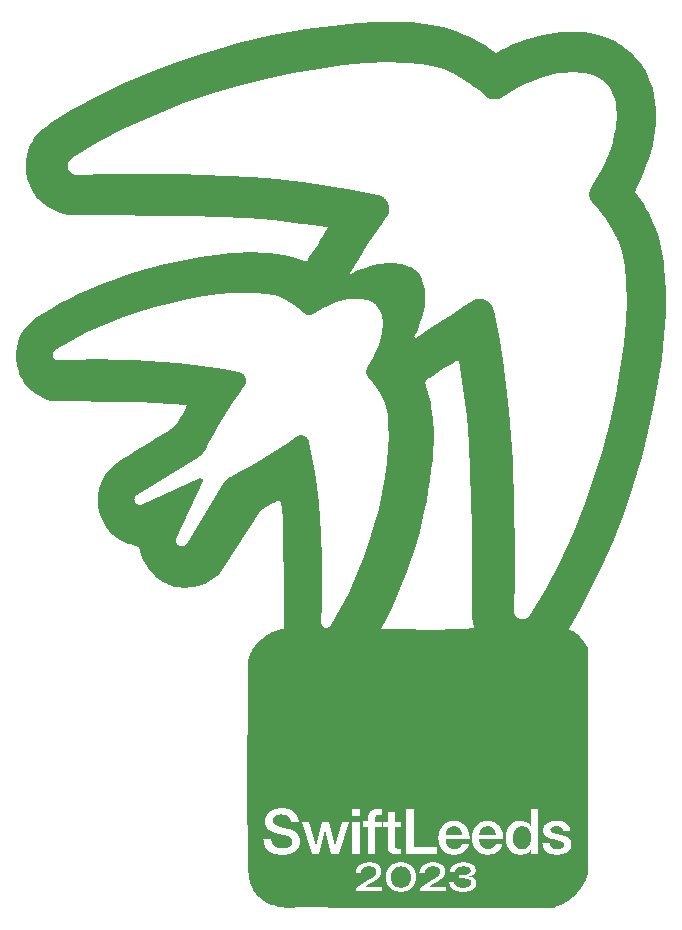
<source format=gto>
G04 #@! TF.GenerationSoftware,KiCad,Pcbnew,(6.0.10-0)*
G04 #@! TF.CreationDate,2023-09-19T21:44:43+02:00*
G04 #@! TF.ProjectId,SwiftLeeds,53776966-744c-4656-9564-732e6b696361,rev?*
G04 #@! TF.SameCoordinates,Original*
G04 #@! TF.FileFunction,Legend,Top*
G04 #@! TF.FilePolarity,Positive*
%FSLAX46Y46*%
G04 Gerber Fmt 4.6, Leading zero omitted, Abs format (unit mm)*
G04 Created by KiCad (PCBNEW (6.0.10-0)) date 2023-09-19 21:44:43*
%MOMM*%
%LPD*%
G01*
G04 APERTURE LIST*
%ADD10C,0.000000*%
G04 APERTURE END LIST*
D10*
G36*
X153566781Y-108506106D02*
G01*
X153603552Y-108509068D01*
X153639451Y-108513935D01*
X153674459Y-108520652D01*
X153708559Y-108529162D01*
X153741733Y-108539409D01*
X153773963Y-108551337D01*
X153805231Y-108564890D01*
X153835519Y-108580011D01*
X153864809Y-108596644D01*
X153893084Y-108614734D01*
X153920325Y-108634223D01*
X153946515Y-108655056D01*
X153971635Y-108677176D01*
X153995669Y-108700528D01*
X154018597Y-108725054D01*
X154040403Y-108750699D01*
X154061068Y-108777407D01*
X154080574Y-108805121D01*
X154098903Y-108833785D01*
X154116038Y-108863343D01*
X154131961Y-108893738D01*
X154146654Y-108924916D01*
X154160098Y-108956818D01*
X154172277Y-108989390D01*
X154183171Y-109022574D01*
X154192764Y-109056315D01*
X154201037Y-109090556D01*
X154207973Y-109125242D01*
X154213553Y-109160315D01*
X154217760Y-109195721D01*
X154220576Y-109231402D01*
X152807673Y-109231402D01*
X152809870Y-109193745D01*
X152813627Y-109156614D01*
X152818920Y-109120054D01*
X152825724Y-109084107D01*
X152834015Y-109048819D01*
X152843767Y-109014233D01*
X152854956Y-108980393D01*
X152867557Y-108947342D01*
X152881545Y-108915125D01*
X152896895Y-108883786D01*
X152913583Y-108853367D01*
X152931584Y-108823914D01*
X152950874Y-108795470D01*
X152971426Y-108768079D01*
X152993217Y-108741785D01*
X153016222Y-108716631D01*
X153040416Y-108692662D01*
X153065774Y-108669921D01*
X153092271Y-108648453D01*
X153119883Y-108628301D01*
X153148585Y-108609509D01*
X153178353Y-108592120D01*
X153209160Y-108576180D01*
X153240983Y-108561731D01*
X153273797Y-108548818D01*
X153307577Y-108537484D01*
X153342298Y-108527774D01*
X153377935Y-108519730D01*
X153414465Y-108513398D01*
X153451861Y-108508821D01*
X153490099Y-108506042D01*
X153529155Y-108505106D01*
X153566781Y-108506106D01*
G37*
G36*
X150718440Y-108506106D02*
G01*
X150755211Y-108509068D01*
X150791109Y-108513935D01*
X150826117Y-108520652D01*
X150860216Y-108529162D01*
X150893390Y-108539409D01*
X150925619Y-108551337D01*
X150956887Y-108564890D01*
X150987175Y-108580011D01*
X151016465Y-108596644D01*
X151044739Y-108614734D01*
X151071981Y-108634223D01*
X151098171Y-108655056D01*
X151123291Y-108677176D01*
X151147325Y-108700528D01*
X151170254Y-108725054D01*
X151192059Y-108750699D01*
X151212724Y-108777407D01*
X151232231Y-108805121D01*
X151250560Y-108833785D01*
X151267696Y-108863343D01*
X151283619Y-108893738D01*
X151298311Y-108924916D01*
X151311756Y-108956818D01*
X151323934Y-108989390D01*
X151334829Y-109022574D01*
X151344422Y-109056315D01*
X151352695Y-109090556D01*
X151359631Y-109125242D01*
X151365211Y-109160315D01*
X151369418Y-109195721D01*
X151372233Y-109231402D01*
X149959330Y-109231402D01*
X149961527Y-109193745D01*
X149965285Y-109156614D01*
X149970578Y-109120054D01*
X149977383Y-109084107D01*
X149985673Y-109048819D01*
X149995426Y-109014233D01*
X150006615Y-108980393D01*
X150019216Y-108947342D01*
X150033204Y-108915125D01*
X150048555Y-108883786D01*
X150065243Y-108853367D01*
X150083244Y-108823914D01*
X150102534Y-108795470D01*
X150123086Y-108768079D01*
X150144877Y-108741785D01*
X150167882Y-108716631D01*
X150192076Y-108692662D01*
X150217434Y-108669921D01*
X150243932Y-108648453D01*
X150271544Y-108628301D01*
X150300246Y-108609509D01*
X150330013Y-108592120D01*
X150360821Y-108576180D01*
X150392644Y-108561731D01*
X150425458Y-108548818D01*
X150459238Y-108537484D01*
X150493959Y-108527774D01*
X150529596Y-108519730D01*
X150566126Y-108513398D01*
X150603522Y-108508821D01*
X150641760Y-108506042D01*
X150680815Y-108505106D01*
X150718440Y-108506106D01*
G37*
G36*
X157159114Y-108460177D02*
G01*
X157159110Y-108460177D01*
X157159110Y-108460171D01*
X157159114Y-108460177D01*
G37*
G36*
X156480802Y-108513648D02*
G01*
X156522941Y-108516783D01*
X156564022Y-108521982D01*
X156604025Y-108529226D01*
X156642927Y-108538493D01*
X156680706Y-108549764D01*
X156717340Y-108563017D01*
X156752807Y-108578232D01*
X156787085Y-108595388D01*
X156820152Y-108614465D01*
X156851986Y-108635442D01*
X156882565Y-108658299D01*
X156911867Y-108683015D01*
X156939870Y-108709570D01*
X156966552Y-108737942D01*
X156991891Y-108768112D01*
X157015864Y-108800059D01*
X157038451Y-108833762D01*
X157059628Y-108869201D01*
X157079374Y-108906355D01*
X157097668Y-108945203D01*
X157114485Y-108985725D01*
X157129806Y-109027901D01*
X157143607Y-109071710D01*
X157155868Y-109117131D01*
X157166565Y-109164144D01*
X157175676Y-109212728D01*
X157183180Y-109262862D01*
X157189056Y-109314527D01*
X157193279Y-109367701D01*
X157195830Y-109422364D01*
X157196685Y-109478495D01*
X157192698Y-109567079D01*
X157183460Y-109655433D01*
X157168828Y-109742799D01*
X157148658Y-109828422D01*
X157122807Y-109911544D01*
X157091133Y-109991408D01*
X157053491Y-110067258D01*
X157032388Y-110103442D01*
X157009740Y-110138337D01*
X156985528Y-110171851D01*
X156959735Y-110203888D01*
X156932343Y-110234354D01*
X156903334Y-110263154D01*
X156872690Y-110290194D01*
X156840394Y-110315379D01*
X156806427Y-110338614D01*
X156770771Y-110359805D01*
X156733409Y-110378858D01*
X156694323Y-110395677D01*
X156653495Y-110410167D01*
X156610907Y-110422236D01*
X156566540Y-110431787D01*
X156520378Y-110438726D01*
X156472402Y-110442959D01*
X156422595Y-110444391D01*
X156374132Y-110443045D01*
X156327375Y-110439063D01*
X156282314Y-110432527D01*
X156238937Y-110423523D01*
X156197234Y-110412133D01*
X156157193Y-110398441D01*
X156118803Y-110382531D01*
X156082053Y-110364486D01*
X156046933Y-110344390D01*
X156013431Y-110322326D01*
X155981537Y-110298379D01*
X155951238Y-110272632D01*
X155922525Y-110245168D01*
X155895387Y-110216072D01*
X155869811Y-110185426D01*
X155845788Y-110153315D01*
X155823306Y-110119821D01*
X155802354Y-110085030D01*
X155782921Y-110049023D01*
X155764997Y-110011886D01*
X155748570Y-109973701D01*
X155733629Y-109934552D01*
X155720163Y-109894524D01*
X155708162Y-109853698D01*
X155697613Y-109812160D01*
X155688507Y-109769992D01*
X155674577Y-109684104D01*
X155666284Y-109596702D01*
X155663539Y-109508455D01*
X155665957Y-109415831D01*
X155673374Y-109323777D01*
X155686030Y-109233040D01*
X155704169Y-109144365D01*
X155728033Y-109058498D01*
X155757864Y-108976185D01*
X155793904Y-108898172D01*
X155814328Y-108861011D01*
X155836395Y-108825204D01*
X155860135Y-108790845D01*
X155885579Y-108758028D01*
X155912757Y-108726844D01*
X155941699Y-108697389D01*
X155972435Y-108669754D01*
X156004997Y-108644032D01*
X156039413Y-108620318D01*
X156075714Y-108598705D01*
X156113931Y-108579285D01*
X156154094Y-108562152D01*
X156196233Y-108547399D01*
X156240378Y-108535119D01*
X156286560Y-108525406D01*
X156334809Y-108518353D01*
X156385155Y-108514052D01*
X156437629Y-108512598D01*
X156480802Y-108513648D01*
G37*
G36*
X151795859Y-112777676D02*
G01*
X151778342Y-112778552D01*
X151793279Y-112777665D01*
X151795859Y-112777676D01*
G37*
G36*
X146230727Y-111913082D02*
G01*
X146278816Y-111915858D01*
X146325500Y-111920484D01*
X146370779Y-111926960D01*
X146414651Y-111935287D01*
X146457119Y-111945464D01*
X146498180Y-111957492D01*
X146537836Y-111971370D01*
X146576087Y-111987098D01*
X146612932Y-112004677D01*
X146648372Y-112024107D01*
X146682406Y-112045387D01*
X146715035Y-112068517D01*
X146746258Y-112093498D01*
X146776076Y-112120330D01*
X146804488Y-112149012D01*
X146831331Y-112178967D01*
X146856442Y-112210424D01*
X146879822Y-112243380D01*
X146901470Y-112277838D01*
X146921385Y-112313796D01*
X146939569Y-112351254D01*
X146956022Y-112390213D01*
X146970742Y-112430673D01*
X146983731Y-112472633D01*
X146994987Y-112516094D01*
X147004512Y-112561055D01*
X147012306Y-112607516D01*
X147018367Y-112655478D01*
X147022696Y-112704941D01*
X147025294Y-112755904D01*
X147026160Y-112808367D01*
X147025294Y-112860841D01*
X147022696Y-112911841D01*
X147018367Y-112961364D01*
X147012306Y-113009413D01*
X147004512Y-113055986D01*
X146994987Y-113101083D01*
X146983731Y-113144706D01*
X146970742Y-113186853D01*
X146956022Y-113227524D01*
X146939569Y-113266721D01*
X146921385Y-113304442D01*
X146901470Y-113340688D01*
X146879822Y-113375458D01*
X146856442Y-113408754D01*
X146831331Y-113440574D01*
X146804488Y-113470919D01*
X146776076Y-113499212D01*
X146746258Y-113525679D01*
X146715035Y-113550321D01*
X146682406Y-113573139D01*
X146648372Y-113594131D01*
X146612932Y-113613297D01*
X146576087Y-113630639D01*
X146537836Y-113646155D01*
X146498180Y-113659845D01*
X146457119Y-113671711D01*
X146414651Y-113681751D01*
X146370779Y-113689965D01*
X146325500Y-113696354D01*
X146278816Y-113700918D01*
X146230727Y-113703656D01*
X146181231Y-113704569D01*
X146131724Y-113703656D01*
X146083596Y-113700919D01*
X146036849Y-113696356D01*
X145991483Y-113689967D01*
X145947497Y-113681754D01*
X145904892Y-113671715D01*
X145863667Y-113659850D01*
X145823823Y-113646160D01*
X145785359Y-113630645D01*
X145748276Y-113613304D01*
X145712573Y-113594137D01*
X145678250Y-113573145D01*
X145645308Y-113550327D01*
X145613747Y-113525684D01*
X145583565Y-113499214D01*
X145554765Y-113470919D01*
X145527921Y-113440574D01*
X145502809Y-113408754D01*
X145479429Y-113375458D01*
X145457781Y-113340688D01*
X145437865Y-113304442D01*
X145419681Y-113266721D01*
X145403229Y-113227524D01*
X145388508Y-113186853D01*
X145375520Y-113144706D01*
X145364263Y-113101083D01*
X145354738Y-113055986D01*
X145346945Y-113009413D01*
X145340884Y-112961364D01*
X145336554Y-112911841D01*
X145333956Y-112860841D01*
X145333091Y-112808367D01*
X145333957Y-112755905D01*
X145336554Y-112704943D01*
X145340884Y-112655482D01*
X145346945Y-112607521D01*
X145354738Y-112561061D01*
X145364263Y-112516101D01*
X145375520Y-112472641D01*
X145388509Y-112430681D01*
X145403229Y-112390222D01*
X145419682Y-112351263D01*
X145437866Y-112313804D01*
X145457782Y-112277845D01*
X145479430Y-112243387D01*
X145502810Y-112210428D01*
X145527921Y-112178970D01*
X145554765Y-112149012D01*
X145583565Y-112120330D01*
X145613747Y-112093498D01*
X145645308Y-112068517D01*
X145678250Y-112045387D01*
X145712573Y-112024107D01*
X145748276Y-112004677D01*
X145785359Y-111987098D01*
X145823823Y-111971370D01*
X145863667Y-111957492D01*
X145904892Y-111945464D01*
X145947497Y-111935287D01*
X145991483Y-111926960D01*
X146036849Y-111920484D01*
X146083596Y-111915858D01*
X146131724Y-111913082D01*
X146181231Y-111912157D01*
X146230727Y-111913082D01*
G37*
G36*
X133240714Y-111894973D02*
G01*
X133228490Y-111495264D01*
X133208868Y-109583315D01*
X134545201Y-109583315D01*
X134548621Y-109669528D01*
X134555994Y-109752691D01*
X134567223Y-109832824D01*
X134582210Y-109909947D01*
X134600858Y-109984082D01*
X134623068Y-110055248D01*
X134648743Y-110123466D01*
X134677785Y-110188757D01*
X134710096Y-110251142D01*
X134745580Y-110310641D01*
X134784138Y-110367274D01*
X134825672Y-110421062D01*
X134870084Y-110472026D01*
X134917278Y-110520187D01*
X134967155Y-110565564D01*
X135019618Y-110608178D01*
X135074569Y-110648051D01*
X135131910Y-110685202D01*
X135191544Y-110719652D01*
X135253372Y-110751422D01*
X135317298Y-110780531D01*
X135383223Y-110807002D01*
X135451050Y-110830854D01*
X135520681Y-110852108D01*
X135592019Y-110870785D01*
X135664965Y-110886904D01*
X135739422Y-110900488D01*
X135815293Y-110911555D01*
X135970883Y-110926225D01*
X136130954Y-110931078D01*
X136271769Y-110927088D01*
X136411637Y-110914948D01*
X136549436Y-110894407D01*
X136684042Y-110865212D01*
X136814333Y-110827111D01*
X136939185Y-110779851D01*
X137057476Y-110723182D01*
X137113810Y-110691239D01*
X137168083Y-110656849D01*
X137220154Y-110619980D01*
X137269882Y-110580601D01*
X137317128Y-110538681D01*
X137361752Y-110494187D01*
X137403612Y-110447087D01*
X137442568Y-110397352D01*
X137478481Y-110344949D01*
X137511209Y-110289846D01*
X137540612Y-110232012D01*
X137566551Y-110171415D01*
X137588884Y-110108025D01*
X137607471Y-110041808D01*
X137622172Y-109972735D01*
X137632847Y-109900773D01*
X137639354Y-109825891D01*
X137641555Y-109748057D01*
X137637411Y-109674690D01*
X137627773Y-109600906D01*
X137612609Y-109527167D01*
X137591885Y-109453932D01*
X137565568Y-109381662D01*
X137533626Y-109310818D01*
X137496025Y-109241861D01*
X137452732Y-109175250D01*
X137403714Y-109111448D01*
X137377048Y-109080743D01*
X137348939Y-109050914D01*
X137319382Y-109022016D01*
X137288373Y-108994109D01*
X137255908Y-108967249D01*
X137221983Y-108941494D01*
X137186594Y-108916901D01*
X137149737Y-108893529D01*
X137111407Y-108871435D01*
X137071600Y-108850676D01*
X137030313Y-108831310D01*
X136987541Y-108813394D01*
X136943280Y-108796987D01*
X136897527Y-108782145D01*
X136897528Y-108782145D01*
X136652104Y-108713354D01*
X136298175Y-108619292D01*
X135800278Y-108490137D01*
X135750629Y-108475210D01*
X135703224Y-108458474D01*
X135658198Y-108439873D01*
X135615682Y-108419353D01*
X135575807Y-108396858D01*
X135538707Y-108372335D01*
X135504513Y-108345728D01*
X135488548Y-108331625D01*
X135473358Y-108316981D01*
X135458961Y-108301789D01*
X135445373Y-108286042D01*
X135432611Y-108269732D01*
X135420691Y-108252854D01*
X135409630Y-108235399D01*
X135399444Y-108217362D01*
X135390149Y-108198736D01*
X135381763Y-108179513D01*
X135374302Y-108159687D01*
X135367782Y-108139250D01*
X135362219Y-108118197D01*
X135357631Y-108096520D01*
X135354034Y-108074212D01*
X135351444Y-108051266D01*
X135349878Y-108027676D01*
X135349353Y-108003435D01*
X135350483Y-107968420D01*
X135353817Y-107934956D01*
X135359267Y-107903013D01*
X135366747Y-107872564D01*
X135376170Y-107843578D01*
X135387449Y-107816028D01*
X135400498Y-107789885D01*
X135415230Y-107765120D01*
X135431558Y-107741704D01*
X135449396Y-107719608D01*
X135468657Y-107698803D01*
X135489254Y-107679262D01*
X135511101Y-107660954D01*
X135534110Y-107643851D01*
X135558195Y-107627925D01*
X135583270Y-107613146D01*
X135609248Y-107599486D01*
X135636042Y-107586916D01*
X135663565Y-107575407D01*
X135691730Y-107564930D01*
X135720452Y-107555457D01*
X135749643Y-107546959D01*
X135809085Y-107532772D01*
X135869365Y-107522138D01*
X135929787Y-107514828D01*
X135989659Y-107510611D01*
X136048287Y-107509257D01*
X136132705Y-107511394D01*
X136213876Y-107517929D01*
X136291546Y-107529049D01*
X136365462Y-107544940D01*
X136435370Y-107565789D01*
X136468743Y-107578130D01*
X136501018Y-107591782D01*
X136532165Y-107606765D01*
X136562153Y-107623105D01*
X136590948Y-107640824D01*
X136618520Y-107659946D01*
X136644837Y-107680493D01*
X136669868Y-107702490D01*
X136693580Y-107725959D01*
X136715942Y-107750924D01*
X136736922Y-107777408D01*
X136756489Y-107805435D01*
X136774612Y-107835027D01*
X136791258Y-107866208D01*
X136806395Y-107899002D01*
X136819993Y-107933431D01*
X136832019Y-107969519D01*
X136842442Y-108007290D01*
X136851230Y-108046766D01*
X136858351Y-108087971D01*
X136863775Y-108130928D01*
X136867469Y-108175661D01*
X137528827Y-108175661D01*
X137527043Y-108108256D01*
X137776847Y-108108256D01*
X138626088Y-110848711D01*
X139264897Y-110848711D01*
X139768431Y-108812098D01*
X139775941Y-108812098D01*
X140286990Y-110848711D01*
X140910769Y-110848711D01*
X142068141Y-110848711D01*
X142676890Y-110848711D01*
X142676890Y-108549997D01*
X142954966Y-108549997D01*
X143405892Y-108549997D01*
X143405892Y-110841196D01*
X144014640Y-110841196D01*
X144014640Y-108557520D01*
X144660962Y-108557520D01*
X145051764Y-108557520D01*
X145051764Y-110174837D01*
X145054591Y-110257926D01*
X145060643Y-110335893D01*
X145070504Y-110408704D01*
X145077046Y-110443166D01*
X145084758Y-110476327D01*
X145093715Y-110508183D01*
X145103989Y-110538730D01*
X145115652Y-110567963D01*
X145128779Y-110595878D01*
X145143441Y-110622472D01*
X145159712Y-110647740D01*
X145177664Y-110671678D01*
X145197372Y-110694283D01*
X145218906Y-110715549D01*
X145242341Y-110735473D01*
X145267750Y-110754050D01*
X145295204Y-110771277D01*
X145324778Y-110787150D01*
X145356545Y-110801664D01*
X145390576Y-110814815D01*
X145426945Y-110826599D01*
X145465725Y-110837012D01*
X145506989Y-110846050D01*
X145550810Y-110853709D01*
X145597261Y-110859985D01*
X145646415Y-110864873D01*
X145698344Y-110868370D01*
X145753121Y-110870471D01*
X145810820Y-110871172D01*
X145861212Y-110870191D01*
X145910986Y-110867543D01*
X145960233Y-110863666D01*
X146009039Y-110859000D01*
X146105682Y-110849063D01*
X146109531Y-110848711D01*
X146630000Y-110848711D01*
X149222819Y-110848711D01*
X149222819Y-110272173D01*
X147291358Y-110272173D01*
X147291358Y-109478487D01*
X149350581Y-109478487D01*
X149356194Y-109634065D01*
X149363183Y-109709462D01*
X149372937Y-109783183D01*
X149385437Y-109855165D01*
X149400667Y-109925347D01*
X149418607Y-109993666D01*
X149439240Y-110060063D01*
X149462549Y-110124474D01*
X149488515Y-110186838D01*
X149517120Y-110247093D01*
X149548347Y-110305179D01*
X149582177Y-110361032D01*
X149618593Y-110414591D01*
X149657577Y-110465795D01*
X149699111Y-110514582D01*
X149743177Y-110560890D01*
X149789757Y-110604657D01*
X149838833Y-110645823D01*
X149890388Y-110684324D01*
X149944403Y-110720100D01*
X150000861Y-110753089D01*
X150059743Y-110783228D01*
X150121033Y-110810457D01*
X150184711Y-110834714D01*
X150250760Y-110855936D01*
X150319163Y-110874063D01*
X150389900Y-110889032D01*
X150462955Y-110900783D01*
X150538310Y-110909252D01*
X150615946Y-110914379D01*
X150695845Y-110916102D01*
X150807450Y-110912171D01*
X150916523Y-110900454D01*
X151022646Y-110881058D01*
X151125400Y-110854095D01*
X151224366Y-110819673D01*
X151319128Y-110777902D01*
X151409265Y-110728892D01*
X151494361Y-110672754D01*
X151534887Y-110642045D01*
X151573996Y-110609595D01*
X151611635Y-110575418D01*
X151647752Y-110539527D01*
X151682295Y-110501935D01*
X151715211Y-110462658D01*
X151746449Y-110421708D01*
X151775955Y-110379099D01*
X151803678Y-110334844D01*
X151829565Y-110288959D01*
X151853564Y-110241455D01*
X151875622Y-110192348D01*
X151895688Y-110141649D01*
X151913710Y-110089375D01*
X151929633Y-110035537D01*
X151943408Y-109980150D01*
X151372233Y-109980150D01*
X151351263Y-110034637D01*
X151339836Y-110060623D01*
X151327772Y-110085767D01*
X151315063Y-110110067D01*
X151301704Y-110133519D01*
X151287687Y-110156121D01*
X151273006Y-110177871D01*
X151257653Y-110198765D01*
X151241621Y-110218800D01*
X151224904Y-110237975D01*
X151207495Y-110256286D01*
X151189387Y-110273730D01*
X151170573Y-110290305D01*
X151151046Y-110306008D01*
X151130800Y-110320836D01*
X151109826Y-110334787D01*
X151088120Y-110347858D01*
X151065673Y-110360045D01*
X151042478Y-110371348D01*
X151018530Y-110381761D01*
X150993821Y-110391284D01*
X150968343Y-110399912D01*
X150942091Y-110407644D01*
X150915057Y-110414477D01*
X150887235Y-110420407D01*
X150858617Y-110425433D01*
X150829197Y-110429551D01*
X150798968Y-110432758D01*
X150767923Y-110435053D01*
X150736055Y-110436432D01*
X150703357Y-110436892D01*
X150656942Y-110435783D01*
X150612106Y-110432499D01*
X150568842Y-110427101D01*
X150527142Y-110419650D01*
X150487000Y-110410208D01*
X150448409Y-110398838D01*
X150411361Y-110385600D01*
X150375851Y-110370557D01*
X150341871Y-110353769D01*
X150309415Y-110335300D01*
X150278474Y-110315210D01*
X150249044Y-110293561D01*
X150221116Y-110270415D01*
X150194684Y-110245833D01*
X150169741Y-110219878D01*
X150146280Y-110192611D01*
X150124294Y-110164093D01*
X150103776Y-110134387D01*
X150084720Y-110103554D01*
X150067118Y-110071656D01*
X150050964Y-110038754D01*
X150036251Y-110004910D01*
X150022972Y-109970186D01*
X150011120Y-109934644D01*
X150000688Y-109898345D01*
X149991669Y-109861351D01*
X149984056Y-109823723D01*
X149977843Y-109785524D01*
X149969589Y-109707657D01*
X149966849Y-109628245D01*
X151988494Y-109628245D01*
X151995152Y-109551863D01*
X151998140Y-109478487D01*
X152198928Y-109478487D01*
X152204540Y-109634065D01*
X152211529Y-109709462D01*
X152221283Y-109783183D01*
X152233783Y-109855165D01*
X152249012Y-109925347D01*
X152266952Y-109993666D01*
X152287585Y-110060063D01*
X152310893Y-110124474D01*
X152336859Y-110186838D01*
X152365464Y-110247093D01*
X152396690Y-110305179D01*
X152430520Y-110361032D01*
X152466936Y-110414591D01*
X152505919Y-110465795D01*
X152547453Y-110514582D01*
X152591518Y-110560890D01*
X152638098Y-110604657D01*
X152687174Y-110645823D01*
X152738729Y-110684324D01*
X152792744Y-110720100D01*
X152849201Y-110753089D01*
X152908084Y-110783228D01*
X152969373Y-110810457D01*
X153033051Y-110834714D01*
X153099101Y-110855936D01*
X153167503Y-110874063D01*
X153238241Y-110889032D01*
X153311296Y-110900783D01*
X153386651Y-110909252D01*
X153464288Y-110914379D01*
X153544188Y-110916102D01*
X153655792Y-110912171D01*
X153764864Y-110900454D01*
X153870985Y-110881058D01*
X153973738Y-110854095D01*
X154072704Y-110819673D01*
X154167465Y-110777902D01*
X154257602Y-110728892D01*
X154342697Y-110672754D01*
X154383223Y-110642045D01*
X154422332Y-110609595D01*
X154459971Y-110575418D01*
X154496088Y-110539527D01*
X154530630Y-110501935D01*
X154563547Y-110462658D01*
X154594784Y-110421708D01*
X154624290Y-110379099D01*
X154652013Y-110334844D01*
X154677900Y-110288959D01*
X154701899Y-110241455D01*
X154723958Y-110192348D01*
X154744024Y-110141649D01*
X154762045Y-110089375D01*
X154777969Y-110035537D01*
X154791743Y-109980150D01*
X154220572Y-109980150D01*
X154199603Y-110034637D01*
X154188176Y-110060623D01*
X154176112Y-110085767D01*
X154163403Y-110110067D01*
X154150044Y-110133519D01*
X154136028Y-110156121D01*
X154121346Y-110177871D01*
X154105993Y-110198765D01*
X154089961Y-110218800D01*
X154073244Y-110237975D01*
X154055835Y-110256286D01*
X154037727Y-110273730D01*
X154018913Y-110290305D01*
X153999386Y-110306008D01*
X153979140Y-110320836D01*
X153958166Y-110334787D01*
X153936460Y-110347858D01*
X153914013Y-110360045D01*
X153890819Y-110371348D01*
X153866870Y-110381761D01*
X153842161Y-110391284D01*
X153816684Y-110399912D01*
X153790432Y-110407644D01*
X153763399Y-110414477D01*
X153735577Y-110420407D01*
X153706960Y-110425433D01*
X153677541Y-110429551D01*
X153647312Y-110432758D01*
X153616268Y-110435053D01*
X153584400Y-110436432D01*
X153551703Y-110436892D01*
X153505289Y-110435783D01*
X153460452Y-110432499D01*
X153417187Y-110427101D01*
X153375487Y-110419650D01*
X153335345Y-110410208D01*
X153296753Y-110398838D01*
X153259706Y-110385600D01*
X153224195Y-110370557D01*
X153190215Y-110353769D01*
X153157758Y-110335300D01*
X153126817Y-110315210D01*
X153097386Y-110293561D01*
X153069458Y-110270415D01*
X153043026Y-110245833D01*
X153018082Y-110219878D01*
X152994621Y-110192611D01*
X152972635Y-110164093D01*
X152952117Y-110134387D01*
X152933061Y-110103554D01*
X152915459Y-110071656D01*
X152899305Y-110038754D01*
X152884591Y-110004910D01*
X152871312Y-109970186D01*
X152859459Y-109934644D01*
X152849027Y-109898345D01*
X152840008Y-109861351D01*
X152832396Y-109823723D01*
X152826183Y-109785524D01*
X152817928Y-109707657D01*
X152815188Y-109628245D01*
X154836837Y-109628245D01*
X154844156Y-109551863D01*
X154847829Y-109475837D01*
X154847851Y-109456026D01*
X155054793Y-109456026D01*
X155059731Y-109608154D01*
X155074565Y-109755236D01*
X155099330Y-109896615D01*
X155134057Y-110031632D01*
X155155168Y-110096550D01*
X155178781Y-110159630D01*
X155204902Y-110220791D01*
X155233534Y-110279951D01*
X155264682Y-110337026D01*
X155298349Y-110391935D01*
X155334540Y-110444596D01*
X155373259Y-110494926D01*
X155414510Y-110542843D01*
X155458297Y-110588264D01*
X155504625Y-110631109D01*
X155553496Y-110671293D01*
X155604917Y-110708735D01*
X155658890Y-110743354D01*
X155715420Y-110775065D01*
X155774511Y-110803788D01*
X155836167Y-110829440D01*
X155900392Y-110851938D01*
X155967190Y-110871201D01*
X156036566Y-110887146D01*
X156108524Y-110899691D01*
X156183067Y-110908753D01*
X156260200Y-110914251D01*
X156339927Y-110916102D01*
X156404702Y-110914513D01*
X156469202Y-110909711D01*
X156533152Y-110901640D01*
X156596276Y-110890247D01*
X156658298Y-110875475D01*
X156718945Y-110857270D01*
X156777940Y-110835577D01*
X156835008Y-110810341D01*
X156889875Y-110781508D01*
X156942265Y-110749022D01*
X156991902Y-110712830D01*
X157038512Y-110672875D01*
X157081819Y-110629103D01*
X157121549Y-110581459D01*
X157139986Y-110556168D01*
X157157425Y-110529889D01*
X157173833Y-110502614D01*
X157189173Y-110474337D01*
X157196685Y-110474337D01*
X157196685Y-110848711D01*
X157767855Y-110848711D01*
X157767855Y-109965182D01*
X158166179Y-109965182D01*
X158168370Y-110024564D01*
X158173493Y-110081977D01*
X158181488Y-110137427D01*
X158192290Y-110190920D01*
X158205840Y-110242460D01*
X158222075Y-110292053D01*
X158240932Y-110339705D01*
X158262351Y-110385421D01*
X158286268Y-110429207D01*
X158312623Y-110471068D01*
X158341353Y-110511010D01*
X158372396Y-110549037D01*
X158405691Y-110585157D01*
X158441175Y-110619373D01*
X158478786Y-110651692D01*
X158518463Y-110682119D01*
X158560144Y-110710659D01*
X158603766Y-110737318D01*
X158649268Y-110762102D01*
X158696588Y-110785016D01*
X158745664Y-110806065D01*
X158796434Y-110825255D01*
X158848835Y-110842591D01*
X158902808Y-110858079D01*
X158958288Y-110871725D01*
X159015214Y-110883533D01*
X159073525Y-110893510D01*
X159133158Y-110901660D01*
X159194052Y-110907990D01*
X159256145Y-110912504D01*
X159383677Y-110916109D01*
X159491561Y-110913259D01*
X159600304Y-110904541D01*
X159708827Y-110889703D01*
X159816050Y-110868492D01*
X159920895Y-110840656D01*
X160022284Y-110805944D01*
X160119137Y-110764102D01*
X160210375Y-110714878D01*
X160253551Y-110687420D01*
X160294919Y-110658021D01*
X160334344Y-110626651D01*
X160371692Y-110593278D01*
X160406826Y-110557870D01*
X160439613Y-110520396D01*
X160469917Y-110480825D01*
X160497604Y-110439125D01*
X160522539Y-110395263D01*
X160544586Y-110349210D01*
X160563612Y-110300933D01*
X160579481Y-110250400D01*
X160592058Y-110197581D01*
X160601209Y-110142444D01*
X160606798Y-110084956D01*
X160608691Y-110025088D01*
X160608770Y-109975655D01*
X160606247Y-109928401D01*
X160601206Y-109883267D01*
X160593730Y-109840193D01*
X160583904Y-109799122D01*
X160571812Y-109759992D01*
X160557538Y-109722747D01*
X160541165Y-109687327D01*
X160522778Y-109653672D01*
X160502459Y-109621725D01*
X160480295Y-109591425D01*
X160456367Y-109562714D01*
X160430761Y-109535534D01*
X160403560Y-109509824D01*
X160374848Y-109485527D01*
X160344709Y-109462583D01*
X160313227Y-109440933D01*
X160280485Y-109420518D01*
X160246569Y-109401280D01*
X160211561Y-109383159D01*
X160138608Y-109350033D01*
X160062297Y-109320670D01*
X159983299Y-109294596D01*
X159902287Y-109271342D01*
X159819931Y-109250434D01*
X159736903Y-109231402D01*
X159736895Y-109231402D01*
X159410093Y-109163429D01*
X159259065Y-109127820D01*
X159188996Y-109108035D01*
X159123451Y-109086331D01*
X159063102Y-109062257D01*
X159008621Y-109035365D01*
X158960679Y-109005205D01*
X158939370Y-108988758D01*
X158919948Y-108971326D01*
X158902496Y-108952852D01*
X158887099Y-108933280D01*
X158873840Y-108912553D01*
X158862804Y-108890616D01*
X158854074Y-108867412D01*
X158847735Y-108842885D01*
X158843870Y-108816978D01*
X158842562Y-108789637D01*
X158843495Y-108767740D01*
X158846234Y-108746956D01*
X158850693Y-108727259D01*
X158856786Y-108708619D01*
X158864425Y-108691011D01*
X158873525Y-108674406D01*
X158883997Y-108658777D01*
X158895757Y-108644097D01*
X158908716Y-108630338D01*
X158922789Y-108617474D01*
X158937888Y-108605475D01*
X158953927Y-108594316D01*
X158970820Y-108583968D01*
X158988479Y-108574405D01*
X159006817Y-108565598D01*
X159025749Y-108557521D01*
X159045187Y-108550146D01*
X159065045Y-108543445D01*
X159085236Y-108537391D01*
X159105673Y-108531957D01*
X159146940Y-108522839D01*
X159188152Y-108515870D01*
X159228616Y-108510832D01*
X159267637Y-108507505D01*
X159304523Y-108505669D01*
X159338580Y-108505106D01*
X159387595Y-108506101D01*
X159435840Y-108509201D01*
X159483072Y-108514583D01*
X159529049Y-108522422D01*
X159573529Y-108532893D01*
X159616269Y-108546172D01*
X159657028Y-108562435D01*
X159695563Y-108581856D01*
X159713921Y-108592806D01*
X159731632Y-108604612D01*
X159748666Y-108617295D01*
X159764993Y-108630877D01*
X159780582Y-108645381D01*
X159795403Y-108660828D01*
X159809426Y-108677240D01*
X159822621Y-108694640D01*
X159834957Y-108713048D01*
X159846404Y-108732488D01*
X159856932Y-108752980D01*
X159866510Y-108774547D01*
X159875108Y-108797211D01*
X159882696Y-108820994D01*
X159889244Y-108845918D01*
X159894721Y-108872004D01*
X160526019Y-108872004D01*
X160517708Y-108816238D01*
X160506912Y-108762639D01*
X160493704Y-108711182D01*
X160478151Y-108661841D01*
X160460326Y-108614588D01*
X160440297Y-108569400D01*
X160418135Y-108526248D01*
X160393910Y-108485108D01*
X160367693Y-108445953D01*
X160339554Y-108408757D01*
X160309562Y-108373494D01*
X160277788Y-108340139D01*
X160244302Y-108308664D01*
X160209175Y-108279044D01*
X160172476Y-108251254D01*
X160134275Y-108225266D01*
X160094644Y-108201055D01*
X160053651Y-108178594D01*
X160011368Y-108157859D01*
X159967864Y-108138822D01*
X159923210Y-108121458D01*
X159877475Y-108105740D01*
X159830730Y-108091643D01*
X159783046Y-108079141D01*
X159685138Y-108058815D01*
X159584312Y-108044554D01*
X159481131Y-108036151D01*
X159376155Y-108033396D01*
X159281501Y-108035644D01*
X159184337Y-108042609D01*
X159085851Y-108054619D01*
X158987234Y-108072004D01*
X158889673Y-108095091D01*
X158794358Y-108124212D01*
X158702478Y-108159694D01*
X158615221Y-108201866D01*
X158573698Y-108225564D01*
X158533777Y-108251059D01*
X158495607Y-108278390D01*
X158459335Y-108307600D01*
X158425111Y-108338729D01*
X158393083Y-108371819D01*
X158363401Y-108406910D01*
X158336211Y-108444044D01*
X158311664Y-108483263D01*
X158289908Y-108524606D01*
X158271091Y-108568116D01*
X158255362Y-108613833D01*
X158242869Y-108661798D01*
X158233762Y-108712053D01*
X158228189Y-108764639D01*
X158226298Y-108819597D01*
X158227562Y-108870411D01*
X158231302Y-108919001D01*
X158237439Y-108965424D01*
X158245894Y-109009739D01*
X158256590Y-109052003D01*
X158269448Y-109092274D01*
X158284389Y-109130608D01*
X158301335Y-109167064D01*
X158320208Y-109201700D01*
X158340929Y-109234572D01*
X158363420Y-109265739D01*
X158387602Y-109295258D01*
X158413396Y-109323187D01*
X158440725Y-109349582D01*
X158469510Y-109374503D01*
X158499673Y-109398006D01*
X158531134Y-109420149D01*
X158563816Y-109440989D01*
X158597640Y-109460584D01*
X158632528Y-109478993D01*
X158705182Y-109512478D01*
X158781148Y-109541904D01*
X158859801Y-109567734D01*
X158940513Y-109590427D01*
X159022655Y-109610443D01*
X159105601Y-109628245D01*
X159430408Y-109695398D01*
X159506711Y-109712461D01*
X159579865Y-109730643D01*
X159649276Y-109750449D01*
X159714350Y-109772382D01*
X159774492Y-109796948D01*
X159829108Y-109824650D01*
X159877602Y-109855994D01*
X159899369Y-109873189D01*
X159919382Y-109891484D01*
X159937567Y-109910941D01*
X159953851Y-109931625D01*
X159968159Y-109953596D01*
X159980417Y-109976920D01*
X159990549Y-110001658D01*
X159998483Y-110027875D01*
X160004144Y-110055632D01*
X160007457Y-110084994D01*
X160007672Y-110113693D01*
X160005572Y-110140854D01*
X160001265Y-110166517D01*
X159994859Y-110190725D01*
X159986460Y-110213518D01*
X159976176Y-110234937D01*
X159964114Y-110255023D01*
X159950381Y-110273818D01*
X159935086Y-110291362D01*
X159918334Y-110307697D01*
X159900234Y-110322864D01*
X159880893Y-110336904D01*
X159860418Y-110349858D01*
X159838916Y-110361768D01*
X159816495Y-110372674D01*
X159793263Y-110382617D01*
X159769326Y-110391639D01*
X159744791Y-110399781D01*
X159719767Y-110407084D01*
X159694360Y-110413589D01*
X159642828Y-110424370D01*
X159591054Y-110432452D01*
X159539896Y-110438166D01*
X159490213Y-110441840D01*
X159442864Y-110443803D01*
X159398707Y-110444384D01*
X159338776Y-110442868D01*
X159280353Y-110438227D01*
X159223714Y-110430318D01*
X159169134Y-110418997D01*
X159116887Y-110404123D01*
X159067250Y-110385553D01*
X159043496Y-110374837D01*
X159020497Y-110363144D01*
X158998288Y-110350455D01*
X158976904Y-110336753D01*
X158956378Y-110322020D01*
X158936745Y-110306238D01*
X158918040Y-110289390D01*
X158900296Y-110271457D01*
X158883549Y-110252422D01*
X158867833Y-110232266D01*
X158853182Y-110210973D01*
X158839630Y-110188524D01*
X158827212Y-110164901D01*
X158815962Y-110140086D01*
X158805915Y-110114063D01*
X158797105Y-110086812D01*
X158789567Y-110058316D01*
X158783334Y-110028558D01*
X158778442Y-109997519D01*
X158774924Y-109965182D01*
X158166179Y-109965182D01*
X157767855Y-109965182D01*
X157767855Y-107067492D01*
X157159110Y-107067492D01*
X157159110Y-108460171D01*
X157140934Y-108432603D01*
X157121652Y-108406030D01*
X157101311Y-108380450D01*
X157079952Y-108355854D01*
X157057619Y-108332234D01*
X157034355Y-108309581D01*
X157010202Y-108287889D01*
X156985202Y-108267147D01*
X156959399Y-108247349D01*
X156932834Y-108228486D01*
X156877593Y-108193531D01*
X156819820Y-108162218D01*
X156759856Y-108134480D01*
X156698043Y-108110251D01*
X156634721Y-108089466D01*
X156570233Y-108072060D01*
X156504919Y-108057965D01*
X156439120Y-108047118D01*
X156373179Y-108039451D01*
X156307436Y-108034899D01*
X156242232Y-108033396D01*
X156185928Y-108034672D01*
X156129816Y-108038514D01*
X156074002Y-108044945D01*
X156018589Y-108053986D01*
X155963683Y-108065660D01*
X155909388Y-108079987D01*
X155855808Y-108096991D01*
X155803049Y-108116693D01*
X155751214Y-108139115D01*
X155700409Y-108164279D01*
X155650738Y-108192207D01*
X155602305Y-108222921D01*
X155555215Y-108256443D01*
X155509573Y-108292794D01*
X155465483Y-108331997D01*
X155423050Y-108374074D01*
X155382378Y-108419047D01*
X155343573Y-108466937D01*
X155306738Y-108517766D01*
X155271978Y-108571557D01*
X155239398Y-108628331D01*
X155209102Y-108688111D01*
X155181195Y-108750918D01*
X155155782Y-108816774D01*
X155132967Y-108885701D01*
X155112854Y-108957721D01*
X155095549Y-109032856D01*
X155081156Y-109111129D01*
X155069779Y-109192560D01*
X155061523Y-109277172D01*
X155056493Y-109364987D01*
X155054793Y-109456026D01*
X154847851Y-109456026D01*
X154847911Y-109400301D01*
X154844455Y-109325392D01*
X154837515Y-109251245D01*
X154827144Y-109177997D01*
X154813396Y-109105782D01*
X154796325Y-109034736D01*
X154775983Y-108964996D01*
X154752426Y-108896697D01*
X154725707Y-108829974D01*
X154695879Y-108764964D01*
X154662996Y-108701802D01*
X154627112Y-108640623D01*
X154588280Y-108581565D01*
X154546554Y-108524761D01*
X154501988Y-108470349D01*
X154454635Y-108418464D01*
X154404549Y-108369241D01*
X154351784Y-108322816D01*
X154296393Y-108279325D01*
X154238430Y-108238904D01*
X154177949Y-108201688D01*
X154115003Y-108167814D01*
X154049647Y-108137416D01*
X153981933Y-108110632D01*
X153911915Y-108087595D01*
X153839647Y-108068442D01*
X153765183Y-108053310D01*
X153688577Y-108042333D01*
X153609882Y-108035647D01*
X153529151Y-108033388D01*
X153529155Y-108033396D01*
X153453265Y-108035331D01*
X153379219Y-108041070D01*
X153307052Y-108050510D01*
X153236802Y-108063550D01*
X153168507Y-108080090D01*
X153102202Y-108100026D01*
X153037926Y-108123259D01*
X152975715Y-108149685D01*
X152915607Y-108179205D01*
X152857639Y-108211717D01*
X152801848Y-108247118D01*
X152748271Y-108285308D01*
X152696946Y-108326185D01*
X152647909Y-108369648D01*
X152601197Y-108415595D01*
X152556849Y-108463926D01*
X152514900Y-108514537D01*
X152475389Y-108567328D01*
X152438351Y-108622198D01*
X152403825Y-108679045D01*
X152371848Y-108737767D01*
X152342456Y-108798264D01*
X152315687Y-108860433D01*
X152291579Y-108924174D01*
X152270167Y-108989384D01*
X152251490Y-109055962D01*
X152235584Y-109123808D01*
X152222487Y-109192819D01*
X152212235Y-109262893D01*
X152204867Y-109333931D01*
X152200419Y-109405829D01*
X152198928Y-109478487D01*
X151998140Y-109478487D01*
X151998248Y-109475837D01*
X151997833Y-109400301D01*
X151993955Y-109325392D01*
X151986664Y-109251245D01*
X151976010Y-109177997D01*
X151962043Y-109105782D01*
X151944811Y-109034736D01*
X151924365Y-108964996D01*
X151900754Y-108896697D01*
X151874027Y-108829974D01*
X151844234Y-108764964D01*
X151811425Y-108701802D01*
X151775648Y-108640623D01*
X151736955Y-108581565D01*
X151695393Y-108524761D01*
X151651014Y-108470349D01*
X151603865Y-108418464D01*
X151553998Y-108369241D01*
X151501460Y-108322816D01*
X151446303Y-108279325D01*
X151388575Y-108238904D01*
X151328326Y-108201688D01*
X151265605Y-108167814D01*
X151200463Y-108137416D01*
X151132948Y-108110632D01*
X151063110Y-108087595D01*
X150990999Y-108068442D01*
X150916664Y-108053310D01*
X150840155Y-108042333D01*
X150761521Y-108035647D01*
X150680812Y-108033388D01*
X150680815Y-108033396D01*
X150604926Y-108035331D01*
X150530879Y-108041070D01*
X150458712Y-108050510D01*
X150388462Y-108063550D01*
X150320166Y-108080090D01*
X150253861Y-108100026D01*
X150189584Y-108123259D01*
X150127373Y-108149685D01*
X150067265Y-108179205D01*
X150009297Y-108211717D01*
X149953505Y-108247118D01*
X149899928Y-108285308D01*
X149848602Y-108326185D01*
X149799565Y-108369648D01*
X149752853Y-108415595D01*
X149708504Y-108463926D01*
X149666556Y-108514537D01*
X149627044Y-108567328D01*
X149590006Y-108622198D01*
X149555480Y-108679045D01*
X149523502Y-108737767D01*
X149494110Y-108798264D01*
X149467341Y-108860433D01*
X149443232Y-108924174D01*
X149421821Y-108989384D01*
X149403143Y-109055962D01*
X149387237Y-109123808D01*
X149374140Y-109192819D01*
X149363889Y-109262893D01*
X149356520Y-109333931D01*
X149352072Y-109405829D01*
X149350581Y-109478487D01*
X147291358Y-109478487D01*
X147291358Y-107060000D01*
X146630000Y-107060000D01*
X146630000Y-110848711D01*
X146109531Y-110848711D01*
X146153695Y-110844671D01*
X146201621Y-110841250D01*
X146201621Y-110377024D01*
X146186037Y-110380980D01*
X146170298Y-110384443D01*
X146154428Y-110387444D01*
X146138447Y-110390018D01*
X146122378Y-110392196D01*
X146106243Y-110394013D01*
X146073862Y-110396691D01*
X146041481Y-110398315D01*
X146009275Y-110399149D01*
X145946097Y-110399500D01*
X145921452Y-110399127D01*
X145898220Y-110398010D01*
X145876357Y-110396150D01*
X145855825Y-110393548D01*
X145836580Y-110390206D01*
X145818582Y-110386124D01*
X145801789Y-110381306D01*
X145786161Y-110375750D01*
X145771655Y-110369460D01*
X145758231Y-110362437D01*
X145745848Y-110354681D01*
X145734463Y-110346195D01*
X145724037Y-110336979D01*
X145714526Y-110327035D01*
X145705891Y-110316365D01*
X145698090Y-110304969D01*
X145691082Y-110292849D01*
X145684825Y-110280007D01*
X145679278Y-110266444D01*
X145674400Y-110252161D01*
X145670149Y-110237159D01*
X145666484Y-110221441D01*
X145663365Y-110205006D01*
X145660749Y-110187858D01*
X145656863Y-110151423D01*
X145654496Y-110112148D01*
X145653318Y-110070042D01*
X145652999Y-110025118D01*
X145652999Y-108565050D01*
X146209140Y-108565050D01*
X146209136Y-108557520D01*
X146209136Y-108108256D01*
X145660514Y-108108256D01*
X145660514Y-107284632D01*
X145051764Y-107284632D01*
X145051764Y-108108256D01*
X144660962Y-108108256D01*
X144660962Y-108557520D01*
X144014640Y-108557520D01*
X144014640Y-108549997D01*
X144593323Y-108549997D01*
X144593323Y-108108256D01*
X144014640Y-108108256D01*
X144014640Y-107823733D01*
X144015033Y-107803153D01*
X144016199Y-107783519D01*
X144018120Y-107764812D01*
X144020775Y-107747013D01*
X144024146Y-107730102D01*
X144028214Y-107714061D01*
X144032958Y-107698870D01*
X144038360Y-107684509D01*
X144044401Y-107670960D01*
X144051061Y-107658204D01*
X144058321Y-107646221D01*
X144066161Y-107634992D01*
X144074563Y-107624498D01*
X144083508Y-107614720D01*
X144092975Y-107605638D01*
X144102946Y-107597234D01*
X144113401Y-107589488D01*
X144124322Y-107582380D01*
X144135688Y-107575892D01*
X144147481Y-107570005D01*
X144159681Y-107564699D01*
X144172269Y-107559955D01*
X144185227Y-107555755D01*
X144198533Y-107552077D01*
X144226118Y-107546217D01*
X144254870Y-107542222D01*
X144284635Y-107539937D01*
X144315259Y-107539210D01*
X144358648Y-107539575D01*
X144398867Y-107540730D01*
X144436267Y-107542761D01*
X144471201Y-107545756D01*
X144504022Y-107549804D01*
X144535082Y-107554991D01*
X144564732Y-107561404D01*
X144593325Y-107569132D01*
X144593325Y-107097414D01*
X144574561Y-107092055D01*
X144554883Y-107087201D01*
X144534258Y-107082830D01*
X144512653Y-107078921D01*
X144490036Y-107075450D01*
X144466372Y-107072397D01*
X144441629Y-107069739D01*
X144415775Y-107067454D01*
X144360598Y-107063915D01*
X144300577Y-107061606D01*
X144235448Y-107060349D01*
X144164946Y-107059969D01*
X144092020Y-107061485D01*
X144020128Y-107066477D01*
X143949778Y-107075615D01*
X143881475Y-107089569D01*
X143848250Y-107098560D01*
X143815727Y-107109006D01*
X143783968Y-107120991D01*
X143753038Y-107134597D01*
X143723000Y-107149909D01*
X143693917Y-107167009D01*
X143665852Y-107185983D01*
X143638869Y-107206913D01*
X143613031Y-107229883D01*
X143588401Y-107254977D01*
X143565042Y-107282278D01*
X143543019Y-107311870D01*
X143522393Y-107343837D01*
X143503229Y-107378262D01*
X143485589Y-107415228D01*
X143469538Y-107454820D01*
X143455138Y-107497121D01*
X143442453Y-107542215D01*
X143431545Y-107590185D01*
X143422479Y-107641116D01*
X143415317Y-107695089D01*
X143410123Y-107752190D01*
X143406960Y-107812502D01*
X143405892Y-107876108D01*
X143405892Y-108100741D01*
X142954966Y-108100741D01*
X142954966Y-108549997D01*
X142676890Y-108549997D01*
X142676890Y-108108256D01*
X142068141Y-108108256D01*
X142068141Y-110848711D01*
X140910769Y-110848711D01*
X141775042Y-108108256D01*
X141158784Y-108108256D01*
X140595118Y-110152376D01*
X140587609Y-110152376D01*
X140091592Y-108108256D01*
X139482840Y-108108256D01*
X138964276Y-110152376D01*
X138956767Y-110152376D01*
X138415656Y-108108256D01*
X137776847Y-108108256D01*
X137527043Y-108108256D01*
X137526905Y-108103031D01*
X137521205Y-108032561D01*
X137511822Y-107964259D01*
X137498853Y-107898136D01*
X137482394Y-107834202D01*
X137462542Y-107772465D01*
X137439392Y-107712935D01*
X137413042Y-107655622D01*
X137398839Y-107629061D01*
X142068141Y-107629061D01*
X142676890Y-107629061D01*
X142676890Y-107060000D01*
X142068141Y-107060000D01*
X142068141Y-107629061D01*
X137398839Y-107629061D01*
X137383587Y-107600536D01*
X137351124Y-107547686D01*
X137315749Y-107497082D01*
X137277559Y-107448733D01*
X137236649Y-107402649D01*
X137193116Y-107358840D01*
X137147057Y-107317315D01*
X137098568Y-107278083D01*
X137047745Y-107241155D01*
X136994684Y-107206540D01*
X136939482Y-107174247D01*
X136882235Y-107144286D01*
X136823040Y-107116667D01*
X136761992Y-107091399D01*
X136699188Y-107068493D01*
X136634725Y-107047956D01*
X136568698Y-107029800D01*
X136501205Y-107014034D01*
X136432341Y-107000667D01*
X136362202Y-106989708D01*
X136290886Y-106981169D01*
X136218488Y-106975057D01*
X136145104Y-106971383D01*
X136070832Y-106970156D01*
X135942514Y-106974295D01*
X135814735Y-106986769D01*
X135688564Y-107007667D01*
X135565068Y-107037076D01*
X135445314Y-107075084D01*
X135330372Y-107121778D01*
X135221309Y-107177248D01*
X135169315Y-107208300D01*
X135119191Y-107241579D01*
X135071072Y-107277096D01*
X135025089Y-107314861D01*
X134981377Y-107354885D01*
X134940069Y-107397180D01*
X134901298Y-107441756D01*
X134865199Y-107488625D01*
X134831904Y-107537797D01*
X134801547Y-107589283D01*
X134774261Y-107643094D01*
X134750181Y-107699242D01*
X134729439Y-107757736D01*
X134712169Y-107818589D01*
X134698504Y-107881812D01*
X134688579Y-107947414D01*
X134682525Y-108015407D01*
X134680478Y-108085802D01*
X134682748Y-108158838D01*
X134689828Y-108231709D01*
X134702127Y-108304076D01*
X134720051Y-108375598D01*
X134731250Y-108410936D01*
X134744009Y-108445935D01*
X134758377Y-108480553D01*
X134774406Y-108514748D01*
X134792147Y-108548476D01*
X134811651Y-108581696D01*
X134832969Y-108614364D01*
X134856151Y-108646439D01*
X134881249Y-108677877D01*
X134908313Y-108708637D01*
X134937395Y-108738676D01*
X134968545Y-108767951D01*
X135001814Y-108796420D01*
X135037253Y-108824040D01*
X135074914Y-108850769D01*
X135114846Y-108876565D01*
X135157101Y-108901384D01*
X135201730Y-108925184D01*
X135248784Y-108947924D01*
X135298314Y-108969559D01*
X135350370Y-108990049D01*
X135405003Y-109009349D01*
X135462265Y-109027419D01*
X135522206Y-109044214D01*
X135880245Y-109138625D01*
X136182624Y-109215489D01*
X136315802Y-109250631D01*
X136438500Y-109285334D01*
X136551863Y-109320916D01*
X136657035Y-109358690D01*
X136686588Y-109370567D01*
X136715911Y-109383858D01*
X136744771Y-109398751D01*
X136772937Y-109415432D01*
X136800178Y-109434087D01*
X136813380Y-109444213D01*
X136826264Y-109454903D01*
X136838801Y-109466179D01*
X136850962Y-109478066D01*
X136862719Y-109490586D01*
X136874042Y-109503762D01*
X136884903Y-109517619D01*
X136895272Y-109532179D01*
X136905122Y-109547466D01*
X136914422Y-109563502D01*
X136923144Y-109580312D01*
X136931260Y-109597918D01*
X136938739Y-109616344D01*
X136945555Y-109635614D01*
X136951676Y-109655749D01*
X136957075Y-109676775D01*
X136961723Y-109698713D01*
X136965590Y-109721588D01*
X136968649Y-109745422D01*
X136970869Y-109770239D01*
X136972222Y-109796063D01*
X136972680Y-109822916D01*
X136972037Y-109849582D01*
X136970089Y-109876196D01*
X136966809Y-109902706D01*
X136962170Y-109929060D01*
X136956144Y-109955205D01*
X136948703Y-109981089D01*
X136939819Y-110006661D01*
X136929467Y-110031868D01*
X136917616Y-110056659D01*
X136904242Y-110080980D01*
X136889315Y-110104781D01*
X136872808Y-110128009D01*
X136854694Y-110150611D01*
X136834945Y-110172536D01*
X136813533Y-110193732D01*
X136790432Y-110214146D01*
X136765613Y-110233726D01*
X136739050Y-110252421D01*
X136710714Y-110270178D01*
X136680578Y-110286946D01*
X136648615Y-110302671D01*
X136614796Y-110317302D01*
X136579095Y-110330787D01*
X136541484Y-110343074D01*
X136501936Y-110354110D01*
X136460422Y-110363844D01*
X136416916Y-110372223D01*
X136371390Y-110379196D01*
X136323816Y-110384710D01*
X136274166Y-110388713D01*
X136222414Y-110391153D01*
X136168532Y-110391977D01*
X136069795Y-110389312D01*
X135973996Y-110381185D01*
X135881611Y-110367397D01*
X135793112Y-110347753D01*
X135708973Y-110322055D01*
X135668686Y-110306873D01*
X135629667Y-110290104D01*
X135591974Y-110271723D01*
X135555667Y-110251704D01*
X135520804Y-110230024D01*
X135487446Y-110206658D01*
X135455652Y-110181580D01*
X135425479Y-110154767D01*
X135396989Y-110126193D01*
X135370239Y-110095835D01*
X135345289Y-110063666D01*
X135322198Y-110029664D01*
X135301025Y-109993802D01*
X135281830Y-109956056D01*
X135264672Y-109916402D01*
X135249609Y-109874815D01*
X135236701Y-109831270D01*
X135226008Y-109785743D01*
X135217588Y-109738208D01*
X135211500Y-109688642D01*
X135207804Y-109637019D01*
X135206559Y-109583315D01*
X134545201Y-109583315D01*
X133208868Y-109583315D01*
X133184554Y-107214239D01*
X133170389Y-102932565D01*
X133193949Y-98651046D01*
X133263188Y-94370482D01*
X133298319Y-94244772D01*
X133338769Y-94120878D01*
X133384387Y-93998908D01*
X133435021Y-93878972D01*
X133550727Y-93645638D01*
X133684667Y-93421752D01*
X133835625Y-93208189D01*
X134002382Y-93005826D01*
X134183720Y-92815536D01*
X134378422Y-92638196D01*
X134585269Y-92474681D01*
X134803043Y-92325866D01*
X135030526Y-92192627D01*
X135266500Y-92075839D01*
X135509748Y-91976377D01*
X135759051Y-91895118D01*
X136013191Y-91832935D01*
X136209435Y-91800783D01*
X144517640Y-91800783D01*
X146488029Y-91838962D01*
X148460323Y-91856692D01*
X149446250Y-91852603D01*
X150431531Y-91837056D01*
X151415793Y-91807939D01*
X152398661Y-91763136D01*
X152343019Y-91541138D01*
X152298280Y-91316834D01*
X152263313Y-91090484D01*
X152236986Y-90862345D01*
X152218169Y-90632677D01*
X152205729Y-90401739D01*
X152195457Y-89937087D01*
X152201666Y-89003935D01*
X152200044Y-88539576D01*
X152183204Y-88079458D01*
X152178986Y-83296949D01*
X152139185Y-80904966D01*
X152059933Y-78514617D01*
X151930492Y-76127492D01*
X151740120Y-73745181D01*
X151478076Y-71369274D01*
X151133620Y-69001360D01*
X151133620Y-69001374D01*
X150973131Y-69077841D01*
X150812904Y-69158564D01*
X150493360Y-69331229D01*
X150175232Y-69516271D01*
X149858768Y-69710593D01*
X149544213Y-69911099D01*
X149231812Y-70114691D01*
X148614455Y-70518746D01*
X148576190Y-70530752D01*
X148540400Y-70543990D01*
X148507030Y-70558419D01*
X148476024Y-70573999D01*
X148447326Y-70590689D01*
X148420879Y-70608450D01*
X148396629Y-70627240D01*
X148374518Y-70647021D01*
X148354492Y-70667750D01*
X148336494Y-70689389D01*
X148320468Y-70711897D01*
X148306358Y-70735234D01*
X148294109Y-70759359D01*
X148283663Y-70784232D01*
X148274967Y-70809813D01*
X148267963Y-70836062D01*
X148262595Y-70862938D01*
X148258808Y-70890401D01*
X148256546Y-70918411D01*
X148255753Y-70946928D01*
X148258348Y-71005320D01*
X148266147Y-71065255D01*
X148278702Y-71126411D01*
X148295566Y-71188467D01*
X148316291Y-71251099D01*
X148340430Y-71313986D01*
X148473155Y-71742026D01*
X148588381Y-72173567D01*
X148686805Y-72608237D01*
X148769122Y-73045667D01*
X148836030Y-73485488D01*
X148888225Y-73927329D01*
X148926405Y-74370821D01*
X148951265Y-74815594D01*
X148963502Y-75261278D01*
X148963814Y-75707503D01*
X148952896Y-76153899D01*
X148931446Y-76600097D01*
X148859734Y-77490419D01*
X148754252Y-78375509D01*
X148643268Y-79254310D01*
X148509771Y-80129332D01*
X148354192Y-81000250D01*
X148176959Y-81866739D01*
X147978502Y-82728474D01*
X147759252Y-83585129D01*
X147519638Y-84436381D01*
X147260089Y-85281902D01*
X146981036Y-86121369D01*
X146682908Y-86954455D01*
X146366136Y-87780836D01*
X146031148Y-88600187D01*
X145678375Y-89412183D01*
X145308246Y-90216497D01*
X144921191Y-91012806D01*
X144517640Y-91800783D01*
X136209435Y-91800783D01*
X136270951Y-91790705D01*
X136255694Y-86434199D01*
X136238587Y-85739518D01*
X136232404Y-85042311D01*
X136220728Y-83645580D01*
X136199194Y-82948689D01*
X136156501Y-82254536D01*
X136124714Y-81908898D01*
X136084629Y-81564438D01*
X136035244Y-81221320D01*
X135975556Y-80879709D01*
X135867661Y-80916743D01*
X135760947Y-80957925D01*
X135655303Y-81002818D01*
X135550620Y-81050987D01*
X135446786Y-81101994D01*
X135343690Y-81155402D01*
X135139272Y-81267677D01*
X134734428Y-81501828D01*
X134532231Y-81616718D01*
X134329003Y-81725493D01*
X131217597Y-86546412D01*
X131129082Y-86681383D01*
X131035036Y-86811363D01*
X130935685Y-86936306D01*
X130831257Y-87056166D01*
X130608077Y-87280456D01*
X130367314Y-87483869D01*
X130110786Y-87666038D01*
X129840312Y-87826599D01*
X129557708Y-87965188D01*
X129264794Y-88081438D01*
X128963387Y-88174986D01*
X128655305Y-88245465D01*
X128342366Y-88292512D01*
X128026388Y-88315761D01*
X127709189Y-88314847D01*
X127392587Y-88289405D01*
X127078401Y-88239070D01*
X126768447Y-88163477D01*
X126634863Y-88115927D01*
X126503987Y-88063378D01*
X126250473Y-87943877D01*
X126008134Y-87806175D01*
X125777201Y-87651469D01*
X125557903Y-87480959D01*
X125350469Y-87295844D01*
X125155130Y-87097323D01*
X124972114Y-86886594D01*
X124801653Y-86664857D01*
X124643974Y-86433310D01*
X124499308Y-86193153D01*
X124367885Y-85945584D01*
X124249935Y-85691803D01*
X124145686Y-85433008D01*
X124055369Y-85170398D01*
X123979213Y-84905173D01*
X123881047Y-84852634D01*
X123779647Y-84805438D01*
X123675522Y-84762651D01*
X123569181Y-84723337D01*
X123351881Y-84651390D01*
X123131815Y-84582119D01*
X122913050Y-84508045D01*
X122805427Y-84466870D01*
X122699653Y-84421689D01*
X122596239Y-84371569D01*
X122495691Y-84315573D01*
X122398520Y-84252768D01*
X122305232Y-84182219D01*
X122126536Y-84069242D01*
X121957032Y-83946630D01*
X121796766Y-83814914D01*
X121645783Y-83674627D01*
X121504130Y-83526299D01*
X121371853Y-83370463D01*
X121248999Y-83207652D01*
X121135613Y-83038396D01*
X121031743Y-82863229D01*
X120937435Y-82682681D01*
X120852734Y-82497286D01*
X120777686Y-82307574D01*
X120712339Y-82114078D01*
X120656739Y-81917330D01*
X120610932Y-81717862D01*
X120574963Y-81516205D01*
X120548880Y-81312892D01*
X120532728Y-81108455D01*
X120526555Y-80903426D01*
X120530405Y-80698336D01*
X120544326Y-80493718D01*
X120568364Y-80290103D01*
X120602565Y-80088024D01*
X120646975Y-79888013D01*
X120701640Y-79690601D01*
X120766607Y-79496320D01*
X120841923Y-79305703D01*
X120927633Y-79119281D01*
X121023783Y-78937587D01*
X121130421Y-78761152D01*
X121247592Y-78590508D01*
X121375342Y-78426188D01*
X121632878Y-78185886D01*
X121899431Y-77956998D01*
X122174038Y-77738328D01*
X122455740Y-77528678D01*
X122743576Y-77326850D01*
X123036586Y-77131647D01*
X123634285Y-76756324D01*
X124849513Y-76032486D01*
X125451674Y-75664810D01*
X125748029Y-75475342D01*
X126039955Y-75280523D01*
X126133275Y-75238046D01*
X126224207Y-75192142D01*
X126399063Y-75090587D01*
X126564848Y-74976929D01*
X126721882Y-74852238D01*
X126870490Y-74717585D01*
X127010992Y-74574040D01*
X127143711Y-74422673D01*
X127268971Y-74264555D01*
X127387093Y-74100757D01*
X127498399Y-73932349D01*
X127603213Y-73760400D01*
X127701856Y-73585983D01*
X127794651Y-73410167D01*
X127881921Y-73234023D01*
X128041173Y-72885031D01*
X126706399Y-72760995D01*
X125367685Y-72675543D01*
X124025995Y-72620335D01*
X122682295Y-72587032D01*
X117306688Y-72506071D01*
X117236395Y-72517879D01*
X117166778Y-72526810D01*
X117097821Y-72532952D01*
X117029510Y-72536392D01*
X116961827Y-72537215D01*
X116894758Y-72535509D01*
X116762395Y-72524854D01*
X116632296Y-72505119D01*
X116504332Y-72476997D01*
X116378379Y-72441180D01*
X116254308Y-72398361D01*
X116131995Y-72349232D01*
X116011311Y-72294485D01*
X115892131Y-72234813D01*
X115774328Y-72170909D01*
X115657776Y-72103464D01*
X115542347Y-72033172D01*
X115314356Y-71886814D01*
X115115071Y-71758616D01*
X114928161Y-71618180D01*
X114753629Y-71466291D01*
X114591480Y-71303732D01*
X114441718Y-71131288D01*
X114304347Y-70949742D01*
X114179370Y-70759877D01*
X114066792Y-70562479D01*
X113966617Y-70358329D01*
X113878849Y-70148213D01*
X113803491Y-69932913D01*
X113740548Y-69713214D01*
X113690024Y-69489899D01*
X113651922Y-69263753D01*
X113626248Y-69035558D01*
X113613004Y-68806099D01*
X113612444Y-68647186D01*
X116694658Y-68647186D01*
X116695321Y-68665791D01*
X116696661Y-68684455D01*
X116698684Y-68703163D01*
X116701399Y-68721900D01*
X116704812Y-68740652D01*
X116720812Y-68777213D01*
X116729519Y-68794773D01*
X116738695Y-68811841D01*
X116748343Y-68828411D01*
X116758461Y-68844475D01*
X116769049Y-68860027D01*
X116780109Y-68875059D01*
X116791638Y-68889563D01*
X116803639Y-68903532D01*
X116816110Y-68916960D01*
X116829051Y-68929837D01*
X116842463Y-68942158D01*
X116856346Y-68953915D01*
X116870700Y-68965101D01*
X116885524Y-68975708D01*
X116900818Y-68985728D01*
X116916584Y-68995156D01*
X116932819Y-69003982D01*
X116949526Y-69012201D01*
X116966703Y-69019804D01*
X116984350Y-69026784D01*
X117002469Y-69033135D01*
X117021057Y-69038848D01*
X117040117Y-69043916D01*
X117059647Y-69048333D01*
X117079648Y-69052090D01*
X117100119Y-69055180D01*
X117121061Y-69057596D01*
X117142473Y-69059331D01*
X117164356Y-69060378D01*
X117186710Y-69060728D01*
X118685112Y-69008841D01*
X120326577Y-68986883D01*
X122397232Y-69005716D01*
X123554681Y-69039366D01*
X124772838Y-69093940D01*
X126036173Y-69173011D01*
X127329156Y-69280155D01*
X128636257Y-69418947D01*
X129941947Y-69592962D01*
X131230694Y-69805775D01*
X132486970Y-70060961D01*
X132535081Y-70073601D01*
X132581493Y-70088936D01*
X132626155Y-70106851D01*
X132669016Y-70127227D01*
X132710023Y-70149947D01*
X132749126Y-70174894D01*
X132786273Y-70201951D01*
X132821413Y-70231001D01*
X132854494Y-70261926D01*
X132885464Y-70294610D01*
X132914273Y-70328934D01*
X132940868Y-70364782D01*
X132965198Y-70402037D01*
X132987212Y-70440581D01*
X133006859Y-70480297D01*
X133024086Y-70521068D01*
X133038843Y-70562777D01*
X133051077Y-70605306D01*
X133060738Y-70648539D01*
X133067774Y-70692358D01*
X133072133Y-70736645D01*
X133073764Y-70781285D01*
X133072616Y-70826158D01*
X133068637Y-70871149D01*
X133061775Y-70916140D01*
X133051979Y-70961013D01*
X133039198Y-71005653D01*
X133023381Y-71049940D01*
X133004475Y-71093759D01*
X132982429Y-71136992D01*
X132957192Y-71179521D01*
X132928712Y-71221230D01*
X132444460Y-71894903D01*
X131983739Y-72567168D01*
X131543725Y-73240372D01*
X131121593Y-73916857D01*
X130714521Y-74598968D01*
X130319685Y-75289049D01*
X129934261Y-75989446D01*
X129555425Y-76702501D01*
X129532366Y-76739991D01*
X129508365Y-76777363D01*
X129483423Y-76814500D01*
X129457540Y-76851286D01*
X129430715Y-76887603D01*
X129402950Y-76923334D01*
X129374243Y-76958362D01*
X129344595Y-76992569D01*
X129314006Y-77025838D01*
X129282475Y-77058052D01*
X129250004Y-77089095D01*
X129216591Y-77118847D01*
X129182237Y-77147194D01*
X129146941Y-77174016D01*
X129110705Y-77199197D01*
X129073527Y-77222620D01*
X123852965Y-80423369D01*
X123834495Y-80434969D01*
X123816738Y-80447251D01*
X123799702Y-80460192D01*
X123783394Y-80473770D01*
X123767821Y-80487964D01*
X123752991Y-80502751D01*
X123738911Y-80518110D01*
X123725588Y-80534018D01*
X123713030Y-80550454D01*
X123701245Y-80567395D01*
X123690238Y-80584819D01*
X123680018Y-80602705D01*
X123670593Y-80621031D01*
X123661969Y-80639774D01*
X123654154Y-80658913D01*
X123647155Y-80678426D01*
X123640979Y-80698290D01*
X123635635Y-80718484D01*
X123631129Y-80738986D01*
X123627468Y-80759773D01*
X123624660Y-80780824D01*
X123622713Y-80802117D01*
X123621633Y-80823630D01*
X123621428Y-80845340D01*
X123622106Y-80867227D01*
X123623674Y-80889267D01*
X123626138Y-80911439D01*
X123629507Y-80933721D01*
X123633788Y-80956091D01*
X123638987Y-80978527D01*
X123645114Y-81001006D01*
X123652174Y-81023508D01*
X123660169Y-81042025D01*
X123669076Y-81060059D01*
X123678866Y-81077595D01*
X123689508Y-81094618D01*
X123700974Y-81111113D01*
X123713235Y-81127066D01*
X123726260Y-81142463D01*
X123740020Y-81157288D01*
X123754486Y-81171527D01*
X123769629Y-81185166D01*
X123785418Y-81198189D01*
X123801826Y-81210582D01*
X123818821Y-81222330D01*
X123836376Y-81233419D01*
X123854460Y-81243835D01*
X123873044Y-81253561D01*
X123892098Y-81262584D01*
X123911594Y-81270890D01*
X123931502Y-81278463D01*
X123951792Y-81285288D01*
X123972434Y-81291352D01*
X123993401Y-81296639D01*
X124014661Y-81301135D01*
X124036187Y-81304825D01*
X124057947Y-81307694D01*
X124079913Y-81309729D01*
X124102056Y-81310913D01*
X124124346Y-81311233D01*
X124146754Y-81310674D01*
X124169250Y-81309221D01*
X124191805Y-81306860D01*
X124214389Y-81303576D01*
X129153843Y-79063055D01*
X129161371Y-79059536D01*
X129168892Y-79056472D01*
X129176399Y-79053847D01*
X129183883Y-79051647D01*
X129191338Y-79049857D01*
X129198756Y-79048462D01*
X129206130Y-79047449D01*
X129213453Y-79046802D01*
X129220716Y-79046506D01*
X129227914Y-79046548D01*
X129242081Y-79047583D01*
X129255895Y-79049791D01*
X129269298Y-79053053D01*
X129282230Y-79057253D01*
X129294632Y-79062274D01*
X129306446Y-79067998D01*
X129317613Y-79074308D01*
X129328074Y-79081086D01*
X129337771Y-79088217D01*
X129346644Y-79095582D01*
X129354634Y-79103064D01*
X129362144Y-79111024D01*
X129369537Y-79119864D01*
X129376694Y-79129525D01*
X129383498Y-79139947D01*
X129389831Y-79151072D01*
X129395577Y-79162842D01*
X129400616Y-79175198D01*
X129402834Y-79181578D01*
X129404832Y-79188082D01*
X129406594Y-79194703D01*
X129408107Y-79201434D01*
X129409354Y-79208268D01*
X129410322Y-79215197D01*
X129410996Y-79222214D01*
X129411362Y-79229311D01*
X129411403Y-79236482D01*
X129411107Y-79243719D01*
X129410457Y-79251014D01*
X129409440Y-79258361D01*
X129408040Y-79265751D01*
X129406244Y-79273178D01*
X129404035Y-79280635D01*
X129401400Y-79288113D01*
X129398324Y-79295606D01*
X129394792Y-79303106D01*
X127145935Y-84224447D01*
X127142638Y-84246834D01*
X127140268Y-84268979D01*
X127138810Y-84290875D01*
X127138248Y-84312515D01*
X127139758Y-84354995D01*
X127144680Y-84396362D01*
X127152896Y-84436557D01*
X127164288Y-84475521D01*
X127178740Y-84513196D01*
X127196133Y-84549523D01*
X127216349Y-84584443D01*
X127239271Y-84617898D01*
X127264782Y-84649829D01*
X127292764Y-84680178D01*
X127323098Y-84708886D01*
X127355668Y-84735895D01*
X127390355Y-84761145D01*
X127427043Y-84784578D01*
X127446095Y-84791612D01*
X127465573Y-84797716D01*
X127485434Y-84802897D01*
X127505634Y-84807161D01*
X127546870Y-84812973D01*
X127588931Y-84815210D01*
X127631461Y-84813930D01*
X127674110Y-84809193D01*
X127716523Y-84801057D01*
X127758348Y-84789580D01*
X127799231Y-84774821D01*
X127838821Y-84756838D01*
X127876763Y-84735691D01*
X127912705Y-84711438D01*
X127929816Y-84698165D01*
X127946295Y-84684137D01*
X127962097Y-84669362D01*
X127977178Y-84653847D01*
X127991495Y-84637600D01*
X128005002Y-84620627D01*
X128017657Y-84602937D01*
X128029415Y-84584536D01*
X131242068Y-79383124D01*
X131265579Y-79346084D01*
X131290854Y-79309983D01*
X131317777Y-79274818D01*
X131346229Y-79240592D01*
X131376093Y-79207303D01*
X131407251Y-79174952D01*
X131439585Y-79143538D01*
X131472979Y-79113062D01*
X131507313Y-79083524D01*
X131542471Y-79054923D01*
X131578335Y-79027260D01*
X131614788Y-79000535D01*
X131651711Y-78974748D01*
X131688986Y-78949899D01*
X131726498Y-78925987D01*
X131764127Y-78903013D01*
X132479836Y-78525582D01*
X133182839Y-78141586D01*
X133875489Y-77748214D01*
X134560139Y-77342651D01*
X135239141Y-76922085D01*
X135914850Y-76483702D01*
X136589617Y-76024690D01*
X137265796Y-75542235D01*
X137307660Y-75513860D01*
X137350347Y-75488716D01*
X137393741Y-75466752D01*
X137437723Y-75447915D01*
X137482175Y-75432156D01*
X137526980Y-75419422D01*
X137572021Y-75409663D01*
X137617179Y-75402827D01*
X137662338Y-75398862D01*
X137707378Y-75397718D01*
X137752184Y-75399343D01*
X137796636Y-75403686D01*
X137840618Y-75410696D01*
X137884011Y-75420321D01*
X137926699Y-75432510D01*
X137968563Y-75447212D01*
X138009486Y-75464376D01*
X138049350Y-75483950D01*
X138088037Y-75505882D01*
X138125430Y-75530123D01*
X138161412Y-75556619D01*
X138195864Y-75585321D01*
X138228669Y-75616176D01*
X138259709Y-75649135D01*
X138288867Y-75684144D01*
X138316024Y-75721153D01*
X138341064Y-75760111D01*
X138363869Y-75800966D01*
X138384320Y-75843668D01*
X138402301Y-75888164D01*
X138417694Y-75934404D01*
X138430381Y-75982336D01*
X138686517Y-77233957D01*
X138900122Y-78517934D01*
X139074784Y-79818793D01*
X139214093Y-81121061D01*
X139401001Y-83667935D01*
X139489553Y-86034772D01*
X139508455Y-88097788D01*
X139486415Y-89733201D01*
X139434335Y-91226080D01*
X139435737Y-91263559D01*
X139439903Y-91300862D01*
X139446776Y-91337813D01*
X139456296Y-91374237D01*
X139468405Y-91409958D01*
X139483042Y-91444800D01*
X139500151Y-91478587D01*
X139519671Y-91511143D01*
X139541545Y-91542293D01*
X139565712Y-91571861D01*
X139592115Y-91599670D01*
X139620694Y-91625545D01*
X139651392Y-91649311D01*
X139684148Y-91670791D01*
X139718904Y-91689809D01*
X139737013Y-91698340D01*
X139755601Y-91706190D01*
X139786602Y-91712285D01*
X139819132Y-91715567D01*
X139852839Y-91716036D01*
X139887370Y-91713692D01*
X139922371Y-91708534D01*
X139957490Y-91700564D01*
X139992373Y-91689780D01*
X140026668Y-91676183D01*
X140060022Y-91659773D01*
X140092082Y-91640550D01*
X140107516Y-91629884D01*
X140122494Y-91618514D01*
X140136973Y-91606441D01*
X140150907Y-91593665D01*
X140164253Y-91580185D01*
X140176967Y-91566002D01*
X140189004Y-91551116D01*
X140200320Y-91535526D01*
X140210872Y-91519233D01*
X140220615Y-91502237D01*
X140229505Y-91484538D01*
X140237498Y-91466135D01*
X140237496Y-91466135D01*
X141041562Y-90131839D01*
X141768213Y-88749246D01*
X142419097Y-87332891D01*
X142995861Y-85897310D01*
X143500152Y-84457038D01*
X143933618Y-83026611D01*
X144297904Y-81620563D01*
X144594659Y-80253429D01*
X144825529Y-78939746D01*
X144992162Y-77694047D01*
X145096205Y-76530870D01*
X145139304Y-75464747D01*
X145123108Y-74510216D01*
X145049262Y-73681811D01*
X144919415Y-72994067D01*
X144735213Y-72461519D01*
X144659005Y-72298835D01*
X144581090Y-72140898D01*
X144501646Y-71987766D01*
X144420849Y-71839499D01*
X144338876Y-71696155D01*
X144255902Y-71557793D01*
X144172105Y-71424471D01*
X144087661Y-71296248D01*
X144002746Y-71173182D01*
X143917538Y-71055332D01*
X143832211Y-70942757D01*
X143746944Y-70835515D01*
X143661911Y-70733665D01*
X143577291Y-70637265D01*
X143493259Y-70546375D01*
X143409991Y-70461052D01*
X143391639Y-70441952D01*
X143374235Y-70422186D01*
X143357788Y-70401789D01*
X143342303Y-70380799D01*
X143327790Y-70359252D01*
X143314254Y-70337185D01*
X143301703Y-70314635D01*
X143290145Y-70291637D01*
X143279587Y-70268230D01*
X143270037Y-70244449D01*
X143261501Y-70220330D01*
X143253987Y-70195912D01*
X143247503Y-70171230D01*
X143242056Y-70146320D01*
X143237652Y-70121220D01*
X143234301Y-70095967D01*
X143232008Y-70070596D01*
X143230781Y-70045144D01*
X143230628Y-70019649D01*
X143231555Y-69994146D01*
X143233572Y-69968672D01*
X143236683Y-69943265D01*
X143240898Y-69917960D01*
X143246223Y-69892794D01*
X143252665Y-69867804D01*
X143260233Y-69843027D01*
X143268933Y-69818498D01*
X143278773Y-69794255D01*
X143289760Y-69770335D01*
X143301901Y-69746774D01*
X143315204Y-69723608D01*
X143329676Y-69700875D01*
X143591126Y-69268049D01*
X143819340Y-68854506D01*
X144015905Y-68459834D01*
X144182411Y-68083624D01*
X144320445Y-67725465D01*
X144431595Y-67384946D01*
X144517451Y-67061658D01*
X144579600Y-66755190D01*
X144619631Y-66465133D01*
X144639131Y-66191075D01*
X144639690Y-65932606D01*
X144622895Y-65689317D01*
X144590335Y-65460797D01*
X144543599Y-65246636D01*
X144484273Y-65046423D01*
X144413947Y-64859749D01*
X144398427Y-64829742D01*
X144382024Y-64799735D01*
X144364798Y-64769728D01*
X144346807Y-64739721D01*
X144308766Y-64679706D01*
X144268372Y-64619692D01*
X144226096Y-64559678D01*
X144182408Y-64499664D01*
X144092681Y-64379637D01*
X144069621Y-64357141D01*
X144045621Y-64334704D01*
X144020679Y-64312384D01*
X143994795Y-64290241D01*
X143967971Y-64268331D01*
X143940205Y-64246715D01*
X143911498Y-64225450D01*
X143881850Y-64204596D01*
X143851260Y-64184210D01*
X143819730Y-64164352D01*
X143787258Y-64145080D01*
X143753845Y-64126453D01*
X143719491Y-64108528D01*
X143684196Y-64091366D01*
X143647959Y-64075024D01*
X143610781Y-64059561D01*
X143422971Y-63989496D01*
X143220808Y-63930390D01*
X143004056Y-63883827D01*
X142772480Y-63851388D01*
X142525844Y-63834655D01*
X142263914Y-63835212D01*
X141986454Y-63854640D01*
X141693229Y-63894523D01*
X141384003Y-63956441D01*
X141058542Y-64041979D01*
X140716609Y-64152718D01*
X140357970Y-64290240D01*
X139982389Y-64456128D01*
X139589631Y-64651965D01*
X139179461Y-64879332D01*
X138751643Y-65139813D01*
X138728825Y-65154231D01*
X138705573Y-65167485D01*
X138681924Y-65179582D01*
X138657914Y-65190528D01*
X138633582Y-65200331D01*
X138608962Y-65208999D01*
X138584092Y-65216539D01*
X138559009Y-65222958D01*
X138508351Y-65232462D01*
X138457281Y-65237571D01*
X138406093Y-65238342D01*
X138355082Y-65234836D01*
X138304541Y-65227109D01*
X138254765Y-65215222D01*
X138206048Y-65199232D01*
X138158684Y-65179198D01*
X138112967Y-65155179D01*
X138069191Y-65127233D01*
X138027650Y-65095419D01*
X138007810Y-65078080D01*
X137988639Y-65059796D01*
X137896381Y-64977276D01*
X137800241Y-64894757D01*
X137700100Y-64812238D01*
X137595842Y-64729719D01*
X137487348Y-64647200D01*
X137374502Y-64564681D01*
X137257184Y-64482161D01*
X137135278Y-64399642D01*
X137008666Y-64317123D01*
X136877231Y-64234604D01*
X136740854Y-64152084D01*
X136599418Y-64069565D01*
X136452805Y-63987046D01*
X136300898Y-63904527D01*
X136143579Y-63822008D01*
X135980731Y-63739489D01*
X135733850Y-63641063D01*
X135446204Y-63555970D01*
X134755907Y-63426604D01*
X133924429Y-63353032D01*
X132966358Y-63336895D01*
X131896284Y-63379835D01*
X130728796Y-63483492D01*
X129478481Y-63649507D01*
X128159928Y-63879522D01*
X126787727Y-64175176D01*
X125376465Y-64538112D01*
X123940733Y-64969971D01*
X122495117Y-65472392D01*
X121054208Y-66047018D01*
X119632593Y-66695489D01*
X118244862Y-67419447D01*
X116905603Y-68220532D01*
X116890780Y-68232016D01*
X116876435Y-68243955D01*
X116862575Y-68256333D01*
X116849209Y-68269137D01*
X116836342Y-68282350D01*
X116823982Y-68295959D01*
X116800815Y-68324306D01*
X116779765Y-68354059D01*
X116760892Y-68385101D01*
X116744254Y-68417315D01*
X116729911Y-68450585D01*
X116717920Y-68484792D01*
X116708341Y-68519820D01*
X116704475Y-68537605D01*
X116701233Y-68555551D01*
X116698624Y-68573643D01*
X116696655Y-68591868D01*
X116695332Y-68610209D01*
X116694664Y-68628654D01*
X116694658Y-68647186D01*
X113612444Y-68647186D01*
X113612194Y-68576160D01*
X113623824Y-68346523D01*
X113647896Y-68117974D01*
X113684415Y-67891295D01*
X113733385Y-67667271D01*
X113794810Y-67446685D01*
X113868693Y-67230321D01*
X113955040Y-67018962D01*
X114053853Y-66813393D01*
X114165137Y-66614398D01*
X114288895Y-66422759D01*
X114425133Y-66239262D01*
X114573853Y-66064689D01*
X114735060Y-65899824D01*
X114908758Y-65745451D01*
X115094951Y-65602354D01*
X115822395Y-65126943D01*
X116564045Y-64675932D01*
X117319008Y-64248619D01*
X118086394Y-63844301D01*
X118865313Y-63462273D01*
X119654872Y-63101832D01*
X120454181Y-62762275D01*
X121262348Y-62442898D01*
X122078484Y-62142998D01*
X122901697Y-61861871D01*
X123731095Y-61598814D01*
X124565788Y-61353123D01*
X126247494Y-60911026D01*
X127939688Y-60529953D01*
X129211590Y-60310330D01*
X130500482Y-60123560D01*
X131149100Y-60048121D01*
X131799328Y-59987647D01*
X132450285Y-59944387D01*
X133101092Y-59920591D01*
X133750870Y-59918511D01*
X134398739Y-59940396D01*
X135043820Y-59988497D01*
X135685233Y-60065064D01*
X136322099Y-60172348D01*
X136953539Y-60312598D01*
X137578673Y-60488064D01*
X138196622Y-60700998D01*
X138437394Y-60349623D01*
X138673878Y-59994560D01*
X138906212Y-59636178D01*
X139134536Y-59274847D01*
X139358989Y-58910939D01*
X139579708Y-58544822D01*
X140010503Y-57807446D01*
X139736174Y-57757337D01*
X139460785Y-57712222D01*
X139184579Y-57671111D01*
X138907797Y-57633018D01*
X137799731Y-57491057D01*
X135461911Y-57214358D01*
X133118716Y-57024760D01*
X130771303Y-56904825D01*
X128420832Y-56837110D01*
X119011519Y-56739649D01*
X118804618Y-56753743D01*
X118597791Y-56758557D01*
X118391456Y-56754031D01*
X118186032Y-56740105D01*
X117981938Y-56716721D01*
X117779592Y-56683819D01*
X117579415Y-56641339D01*
X117381823Y-56589223D01*
X117187237Y-56527410D01*
X116996075Y-56455841D01*
X116808755Y-56374458D01*
X116625698Y-56283200D01*
X116447320Y-56182008D01*
X116274042Y-56070823D01*
X116106282Y-55949586D01*
X115944459Y-55818237D01*
X115769502Y-55676695D01*
X115605187Y-55525810D01*
X115451526Y-55366175D01*
X115308535Y-55198384D01*
X115176226Y-55023030D01*
X115054615Y-54840706D01*
X114943713Y-54652006D01*
X114843536Y-54457523D01*
X114754096Y-54257850D01*
X114675409Y-54053580D01*
X114607486Y-53845308D01*
X114550343Y-53633625D01*
X114503993Y-53419127D01*
X114468450Y-53202405D01*
X114443727Y-52984054D01*
X114429839Y-52764666D01*
X114427710Y-52610770D01*
X117970883Y-52610770D01*
X117972093Y-52641526D01*
X117974775Y-52672266D01*
X117978956Y-52702956D01*
X117984667Y-52733558D01*
X117991937Y-52764035D01*
X118000795Y-52794351D01*
X118011271Y-52824469D01*
X118023149Y-52854235D01*
X118036174Y-52883496D01*
X118050316Y-52912215D01*
X118065547Y-52940355D01*
X118081837Y-52967880D01*
X118099156Y-52994752D01*
X118117475Y-53020936D01*
X118136765Y-53046395D01*
X118156996Y-53071092D01*
X118178139Y-53094991D01*
X118200164Y-53118054D01*
X118223043Y-53140245D01*
X118246744Y-53161528D01*
X118271240Y-53181866D01*
X118296501Y-53201223D01*
X118322497Y-53219561D01*
X118349199Y-53236844D01*
X118376577Y-53253035D01*
X118404602Y-53268099D01*
X118433246Y-53281997D01*
X118462477Y-53294694D01*
X118492267Y-53306153D01*
X118522587Y-53316337D01*
X118553406Y-53325210D01*
X118584697Y-53332735D01*
X118616428Y-53338876D01*
X118648571Y-53343595D01*
X118681097Y-53346856D01*
X118713975Y-53348623D01*
X118747177Y-53348859D01*
X118780673Y-53347527D01*
X118814434Y-53344590D01*
X121318045Y-53263947D01*
X124048016Y-53232767D01*
X127488598Y-53269573D01*
X129410955Y-53327975D01*
X131433667Y-53420780D01*
X133530971Y-53553789D01*
X135677099Y-53732805D01*
X137846287Y-53963631D01*
X140012769Y-54252067D01*
X142150780Y-54603916D01*
X144234553Y-55024981D01*
X144312306Y-55046046D01*
X144387382Y-55071603D01*
X144459693Y-55101452D01*
X144529151Y-55135397D01*
X144595668Y-55173239D01*
X144659156Y-55214780D01*
X144719525Y-55259824D01*
X144776689Y-55308171D01*
X144830558Y-55359625D01*
X144881045Y-55413987D01*
X144928062Y-55471059D01*
X144971519Y-55530645D01*
X145011329Y-55592545D01*
X145047404Y-55656562D01*
X145079655Y-55722499D01*
X145107994Y-55790158D01*
X145132333Y-55859340D01*
X145152583Y-55929849D01*
X145168658Y-56001485D01*
X145180467Y-56074052D01*
X145187923Y-56147352D01*
X145190938Y-56221186D01*
X145189423Y-56295357D01*
X145183290Y-56369668D01*
X145172452Y-56443920D01*
X145156819Y-56517915D01*
X145136303Y-56591457D01*
X145110817Y-56664346D01*
X145080272Y-56736385D01*
X145044580Y-56807377D01*
X145003652Y-56877124D01*
X144957400Y-56945427D01*
X144541229Y-57530564D01*
X144135412Y-58115700D01*
X143739007Y-58700836D01*
X143351073Y-59285973D01*
X142596853Y-60456245D01*
X141865222Y-61626517D01*
X141861805Y-61630266D01*
X141859065Y-61634008D01*
X141856971Y-61637736D01*
X141855496Y-61641442D01*
X141854608Y-61645118D01*
X141854280Y-61648758D01*
X141854480Y-61652353D01*
X141855181Y-61655898D01*
X141856353Y-61659384D01*
X141857966Y-61662804D01*
X141859990Y-61666150D01*
X141862397Y-61669416D01*
X141865157Y-61672595D01*
X141868240Y-61675677D01*
X141871617Y-61678658D01*
X141875259Y-61681528D01*
X141879137Y-61684282D01*
X141883220Y-61686910D01*
X141887480Y-61689407D01*
X141891887Y-61691765D01*
X141896411Y-61693976D01*
X141901024Y-61696033D01*
X141905696Y-61697929D01*
X141910397Y-61699657D01*
X141915098Y-61701209D01*
X141919770Y-61702578D01*
X141924382Y-61703756D01*
X141928907Y-61704736D01*
X141933314Y-61705512D01*
X141937574Y-61706075D01*
X141941657Y-61706418D01*
X141945535Y-61706534D01*
X142373823Y-61510345D01*
X142785405Y-61341058D01*
X143180516Y-61197441D01*
X143559391Y-61078262D01*
X143922266Y-60982293D01*
X144269376Y-60908301D01*
X144600955Y-60855056D01*
X144917240Y-60821327D01*
X145218466Y-60805884D01*
X145504868Y-60807496D01*
X145776681Y-60824932D01*
X146034140Y-60856961D01*
X146277482Y-60902352D01*
X146506941Y-60959875D01*
X146722752Y-61028299D01*
X146925151Y-61106394D01*
X146969416Y-61122316D01*
X147011976Y-61139996D01*
X147053006Y-61159317D01*
X147092683Y-61180162D01*
X147131184Y-61202413D01*
X147168685Y-61225954D01*
X147205363Y-61250667D01*
X147241394Y-61276434D01*
X147276954Y-61303139D01*
X147312220Y-61330665D01*
X147382576Y-61387709D01*
X147527522Y-61506487D01*
X147557621Y-61536963D01*
X147587602Y-61568377D01*
X147617349Y-61600728D01*
X147646742Y-61634017D01*
X147675664Y-61668244D01*
X147703999Y-61703408D01*
X147731627Y-61739511D01*
X147758432Y-61776550D01*
X147784296Y-61814528D01*
X147809101Y-61853443D01*
X147832729Y-61893296D01*
X147855064Y-61934087D01*
X147875986Y-61975815D01*
X147895379Y-62018481D01*
X147913125Y-62062085D01*
X147929107Y-62106627D01*
X148007491Y-62315308D01*
X148076170Y-62536414D01*
X148133907Y-62770180D01*
X148179467Y-63016839D01*
X148211615Y-63276626D01*
X148229116Y-63549775D01*
X148230733Y-63836522D01*
X148215233Y-64137099D01*
X148181379Y-64451743D01*
X148127936Y-64780686D01*
X148053668Y-65124164D01*
X147957342Y-65482412D01*
X147837720Y-65855663D01*
X147693568Y-66244151D01*
X147523650Y-66648112D01*
X147326731Y-67067780D01*
X147326848Y-67071529D01*
X147327192Y-67075272D01*
X147327757Y-67079000D01*
X147328535Y-67082705D01*
X147329520Y-67086382D01*
X147330702Y-67090022D01*
X147332076Y-67093617D01*
X147333634Y-67097162D01*
X147335368Y-67100648D01*
X147337271Y-67104068D01*
X147339336Y-67107414D01*
X147341555Y-67110680D01*
X147343922Y-67113859D01*
X147346428Y-67116941D01*
X147349066Y-67119922D01*
X147351830Y-67122792D01*
X147354711Y-67125545D01*
X147357702Y-67128174D01*
X147360797Y-67130671D01*
X147363987Y-67133029D01*
X147367265Y-67135240D01*
X147370624Y-67137297D01*
X147374057Y-67139193D01*
X147377556Y-67140921D01*
X147381113Y-67142472D01*
X147384722Y-67143841D01*
X147388376Y-67145019D01*
X147392066Y-67146000D01*
X147395785Y-67146775D01*
X147399526Y-67147338D01*
X147403283Y-67147681D01*
X147407046Y-67147797D01*
X148581675Y-66418878D01*
X149756302Y-65667454D01*
X150343614Y-65280958D01*
X150930927Y-64886023D01*
X151518239Y-64481710D01*
X152105552Y-64067082D01*
X152174109Y-64020888D01*
X152244116Y-63979786D01*
X152315372Y-63943709D01*
X152387680Y-63912592D01*
X152460840Y-63886369D01*
X152534655Y-63864973D01*
X152608926Y-63848340D01*
X152683454Y-63836402D01*
X152758042Y-63829095D01*
X152832489Y-63826351D01*
X152906598Y-63828105D01*
X152980170Y-63834292D01*
X153053007Y-63844845D01*
X153124910Y-63859698D01*
X153195681Y-63878786D01*
X153265121Y-63902042D01*
X153333031Y-63929401D01*
X153399213Y-63960796D01*
X153463469Y-63996162D01*
X153525600Y-64035433D01*
X153585407Y-64078542D01*
X153642692Y-64125425D01*
X153697256Y-64176014D01*
X153748901Y-64230244D01*
X153797428Y-64288049D01*
X153842639Y-64349363D01*
X153884335Y-64414121D01*
X153922318Y-64482256D01*
X153956389Y-64553702D01*
X153986349Y-64628393D01*
X154012001Y-64706264D01*
X154033145Y-64787249D01*
X154455776Y-66863740D01*
X154808935Y-68995032D01*
X155098445Y-71155281D01*
X155330129Y-73318638D01*
X155643315Y-77551294D01*
X155795084Y-81486229D01*
X155832026Y-84916671D01*
X155800731Y-87635851D01*
X155719786Y-90113333D01*
X155722120Y-90180341D01*
X155729042Y-90246177D01*
X155740434Y-90310606D01*
X155756180Y-90373393D01*
X155776161Y-90434306D01*
X155800260Y-90493108D01*
X155828358Y-90549567D01*
X155860340Y-90603446D01*
X155896086Y-90654512D01*
X155935480Y-90702531D01*
X155978403Y-90747268D01*
X156024738Y-90788488D01*
X156074367Y-90825957D01*
X156127172Y-90859441D01*
X156183037Y-90888705D01*
X156241843Y-90913515D01*
X156302502Y-90926185D01*
X156363808Y-90934224D01*
X156425467Y-90937692D01*
X156487185Y-90936647D01*
X156548667Y-90931148D01*
X156609621Y-90921253D01*
X156669750Y-90907021D01*
X156728762Y-90888511D01*
X156786362Y-90865781D01*
X156842256Y-90838890D01*
X156896150Y-90807897D01*
X156947751Y-90772859D01*
X156996762Y-90733836D01*
X157042892Y-90690887D01*
X157085845Y-90644070D01*
X157125327Y-90593443D01*
X157125327Y-90593447D01*
X158460869Y-88376940D01*
X159668231Y-86079676D01*
X160750060Y-83725919D01*
X161709002Y-81339932D01*
X162547706Y-78945978D01*
X163268817Y-76568319D01*
X163874984Y-74231220D01*
X164368852Y-71958943D01*
X164753071Y-69775752D01*
X165030285Y-67705909D01*
X165203144Y-65773678D01*
X165274293Y-64003322D01*
X165246380Y-62419104D01*
X165122053Y-61045288D01*
X164903957Y-59906136D01*
X164594741Y-59025912D01*
X164458756Y-58745973D01*
X164321948Y-58476174D01*
X164046331Y-57966290D01*
X163768832Y-57494852D01*
X163490392Y-57060454D01*
X163211951Y-56661690D01*
X162934452Y-56297151D01*
X162658836Y-55965433D01*
X162386042Y-55665129D01*
X162356747Y-55631026D01*
X162329099Y-55596255D01*
X162303098Y-55560855D01*
X162278745Y-55524862D01*
X162256038Y-55488312D01*
X162234978Y-55451241D01*
X162197801Y-55375687D01*
X162167211Y-55298491D01*
X162143211Y-55219948D01*
X162125798Y-55140349D01*
X162114974Y-55059989D01*
X162110739Y-54979159D01*
X162113092Y-54898154D01*
X162122033Y-54817266D01*
X162137563Y-54736789D01*
X162159681Y-54657014D01*
X162188388Y-54578236D01*
X162223683Y-54500747D01*
X162265567Y-54424841D01*
X162703659Y-53705064D01*
X163085986Y-53015763D01*
X163415134Y-52356470D01*
X163693692Y-51726714D01*
X163924249Y-51126027D01*
X164109392Y-50553941D01*
X164251711Y-50009987D01*
X164353792Y-49493695D01*
X164418226Y-49004597D01*
X164447600Y-48542224D01*
X164444502Y-48106108D01*
X164411521Y-47695778D01*
X164351245Y-47310767D01*
X164266262Y-46950606D01*
X164159162Y-46614825D01*
X164032531Y-46302957D01*
X164009461Y-46250913D01*
X163985391Y-46199808D01*
X163960263Y-46149640D01*
X163934017Y-46100410D01*
X163906594Y-46052117D01*
X163877936Y-46004763D01*
X163847984Y-45958345D01*
X163816679Y-45912866D01*
X163783963Y-45868325D01*
X163749775Y-45824721D01*
X163714058Y-45782054D01*
X163676753Y-45740326D01*
X163637801Y-45699535D01*
X163597143Y-45659682D01*
X163554720Y-45620767D01*
X163510474Y-45582789D01*
X163471913Y-45545300D01*
X163431647Y-45507928D01*
X163389851Y-45470791D01*
X163346702Y-45434005D01*
X163302377Y-45397688D01*
X163257052Y-45361957D01*
X163210903Y-45326929D01*
X163164108Y-45292722D01*
X163116841Y-45259453D01*
X163069281Y-45227238D01*
X163021603Y-45196196D01*
X162973983Y-45166443D01*
X162926599Y-45138096D01*
X162879627Y-45111274D01*
X162833243Y-45086092D01*
X162787623Y-45062669D01*
X162474593Y-44943100D01*
X162137563Y-44841289D01*
X161776061Y-44759991D01*
X161389617Y-44701959D01*
X160977761Y-44669950D01*
X160540021Y-44666717D01*
X160075928Y-44695014D01*
X159585010Y-44757597D01*
X159066798Y-44857220D01*
X158520820Y-44996637D01*
X157946605Y-45178603D01*
X157343684Y-45405873D01*
X156711586Y-45681201D01*
X156049839Y-46007341D01*
X155357974Y-46387049D01*
X154635520Y-46823078D01*
X154558889Y-46864806D01*
X154479906Y-46899971D01*
X154399040Y-46928571D01*
X154316763Y-46950608D01*
X154233545Y-46966080D01*
X154149856Y-46974988D01*
X154066167Y-46977333D01*
X153982949Y-46973113D01*
X153900672Y-46962329D01*
X153819806Y-46944981D01*
X153740824Y-46921069D01*
X153664194Y-46890594D01*
X153590388Y-46853554D01*
X153554690Y-46832572D01*
X153519875Y-46809950D01*
X153486002Y-46785686D01*
X153453128Y-46759782D01*
X153421313Y-46732236D01*
X153390616Y-46703050D01*
X153243759Y-46567569D01*
X153089195Y-46431268D01*
X152926749Y-46294263D01*
X152756243Y-46156673D01*
X152577502Y-46018613D01*
X152390349Y-45880202D01*
X152194607Y-45741557D01*
X151990101Y-45602794D01*
X151776652Y-45464031D01*
X151554086Y-45325386D01*
X151322226Y-45186975D01*
X151080894Y-45048915D01*
X150829915Y-44911324D01*
X150569112Y-44774320D01*
X150298309Y-44638019D01*
X150017329Y-44502538D01*
X149609474Y-44340840D01*
X149133389Y-44201062D01*
X147988793Y-43988668D01*
X146608071Y-43868171D01*
X145015755Y-43842384D01*
X143236374Y-43914119D01*
X141294458Y-44086190D01*
X139214537Y-44361410D01*
X137021142Y-44742592D01*
X134738804Y-45232549D01*
X132392051Y-45834095D01*
X130005415Y-46550042D01*
X127603425Y-47383204D01*
X125210612Y-48336394D01*
X122851506Y-49412425D01*
X120550638Y-50614111D01*
X118332536Y-51944264D01*
X118306541Y-51963481D01*
X118281280Y-51983599D01*
X118256784Y-52004582D01*
X118233082Y-52026392D01*
X118210204Y-52048994D01*
X118188179Y-52072350D01*
X118167036Y-52096424D01*
X118146805Y-52121180D01*
X118127515Y-52146580D01*
X118109196Y-52172588D01*
X118091877Y-52199168D01*
X118075587Y-52226282D01*
X118060356Y-52253895D01*
X118046213Y-52281969D01*
X118033189Y-52310468D01*
X118021311Y-52339356D01*
X118010609Y-52368595D01*
X118001114Y-52398149D01*
X117992854Y-52427981D01*
X117985859Y-52458055D01*
X117980157Y-52488334D01*
X117975780Y-52518782D01*
X117972755Y-52549362D01*
X117971113Y-52580037D01*
X117970883Y-52610770D01*
X114427710Y-52610770D01*
X114426798Y-52544835D01*
X114434620Y-52325154D01*
X114453317Y-52106217D01*
X114482904Y-51888617D01*
X114523393Y-51672947D01*
X114574800Y-51459801D01*
X114637138Y-51249772D01*
X114710420Y-51043453D01*
X114794660Y-50841437D01*
X114889872Y-50644319D01*
X114996070Y-50452690D01*
X115113268Y-50267146D01*
X115241479Y-50088278D01*
X115380717Y-49916681D01*
X115530996Y-49752947D01*
X115692330Y-49597670D01*
X116095736Y-49290062D01*
X116506684Y-48993256D01*
X116924626Y-48706600D01*
X117349012Y-48429442D01*
X118214926Y-47901014D01*
X119100037Y-47402761D01*
X119999958Y-46929467D01*
X120910302Y-46475922D01*
X122744701Y-45607219D01*
X125451673Y-44490639D01*
X126823881Y-43974782D01*
X128207639Y-43488812D01*
X129602248Y-43033932D01*
X131007008Y-42611340D01*
X132421221Y-42222237D01*
X133844188Y-41867823D01*
X135275210Y-41549299D01*
X136713587Y-41267864D01*
X138158620Y-41024718D01*
X139609611Y-40821063D01*
X141065861Y-40658098D01*
X142526671Y-40537023D01*
X143991341Y-40459039D01*
X145459172Y-40425346D01*
X145459184Y-40425358D01*
X145729984Y-40424616D01*
X145865383Y-40424843D01*
X146000781Y-40426050D01*
X146550530Y-40420707D01*
X147099022Y-40439260D01*
X147645478Y-40481341D01*
X148189117Y-40546587D01*
X148729160Y-40634632D01*
X149264827Y-40745110D01*
X149795338Y-40877657D01*
X150319914Y-41031907D01*
X150837774Y-41207494D01*
X151348139Y-41404054D01*
X151850228Y-41621222D01*
X152343263Y-41858631D01*
X152826463Y-42115918D01*
X153299049Y-42392715D01*
X153760241Y-42688660D01*
X154209258Y-43003385D01*
X154636345Y-42788541D01*
X155069746Y-42582851D01*
X155509085Y-42387408D01*
X155953985Y-42203304D01*
X156404070Y-42031632D01*
X156858964Y-41873485D01*
X157318289Y-41729955D01*
X157781669Y-41602137D01*
X158248729Y-41491122D01*
X158719091Y-41398003D01*
X159192378Y-41323873D01*
X159668215Y-41269826D01*
X160146225Y-41236953D01*
X160626031Y-41226348D01*
X161107257Y-41239103D01*
X161589526Y-41276312D01*
X161822891Y-41297817D01*
X162055423Y-41327466D01*
X162286853Y-41365151D01*
X162516909Y-41410762D01*
X162971814Y-41525324D01*
X163417970Y-41670273D01*
X163853206Y-41844733D01*
X164275354Y-42047826D01*
X164682244Y-42278676D01*
X164879290Y-42404235D01*
X165071708Y-42536405D01*
X165259228Y-42675075D01*
X165441577Y-42820136D01*
X165618485Y-42971478D01*
X165789681Y-43128991D01*
X165954893Y-43292567D01*
X166113851Y-43462095D01*
X166266283Y-43637465D01*
X166411918Y-43818568D01*
X166550485Y-44005295D01*
X166681713Y-44197535D01*
X166805330Y-44395179D01*
X166921066Y-44598118D01*
X167028650Y-44806241D01*
X167127809Y-45019439D01*
X167218274Y-45237603D01*
X167299773Y-45460623D01*
X167487861Y-46044260D01*
X167628187Y-46633496D01*
X167723316Y-47227085D01*
X167775812Y-47823779D01*
X167788241Y-48422331D01*
X167763167Y-49021494D01*
X167703156Y-49620020D01*
X167610772Y-50216663D01*
X167488581Y-50810175D01*
X167339147Y-51399308D01*
X167165035Y-51982817D01*
X166968811Y-52559453D01*
X166753039Y-53127969D01*
X166520284Y-53687118D01*
X166273112Y-54235654D01*
X166014087Y-54772328D01*
X166265526Y-55127432D01*
X166506230Y-55489923D01*
X166735743Y-55859497D01*
X166953607Y-56235853D01*
X167159367Y-56618687D01*
X167352566Y-57007698D01*
X167532749Y-57402582D01*
X167699458Y-57803039D01*
X167852239Y-58208764D01*
X167990633Y-58619457D01*
X168114186Y-59034814D01*
X168222440Y-59454533D01*
X168314940Y-59878312D01*
X168391229Y-60305849D01*
X168450851Y-60736840D01*
X168493350Y-61170984D01*
X168563032Y-62143229D01*
X168601563Y-63115510D01*
X168610510Y-64087535D01*
X168591440Y-65059011D01*
X168545920Y-66029645D01*
X168475516Y-66999145D01*
X168381797Y-67967216D01*
X168266328Y-68933567D01*
X167976409Y-70859936D01*
X167618297Y-72775909D01*
X167204527Y-74679142D01*
X166747634Y-76567293D01*
X166482569Y-77569093D01*
X166197961Y-78565021D01*
X165571796Y-80538721D01*
X164872506Y-82487309D01*
X164103455Y-84409702D01*
X163268010Y-86304817D01*
X162369535Y-88171570D01*
X161411398Y-90008878D01*
X160396964Y-91815657D01*
X160528061Y-91876137D01*
X160655840Y-91942157D01*
X160780099Y-92013600D01*
X160900639Y-92090347D01*
X161017261Y-92172282D01*
X161129763Y-92259287D01*
X161237945Y-92351245D01*
X161341608Y-92448037D01*
X161440551Y-92549547D01*
X161534574Y-92655658D01*
X161623478Y-92766250D01*
X161707061Y-92881208D01*
X161785124Y-93000414D01*
X161857467Y-93123750D01*
X161923889Y-93251098D01*
X161984191Y-93382342D01*
X161989455Y-112559565D01*
X161954324Y-112686707D01*
X161914463Y-112811687D01*
X161870003Y-112934475D01*
X161821069Y-113055037D01*
X161710298Y-113289355D01*
X161583173Y-113514386D01*
X161440720Y-113729872D01*
X161283965Y-113935556D01*
X161113930Y-114131180D01*
X160931643Y-114316487D01*
X160738127Y-114491221D01*
X160534406Y-114655123D01*
X160321507Y-114807936D01*
X160100454Y-114949403D01*
X159872271Y-115079268D01*
X159637984Y-115197272D01*
X159398618Y-115303158D01*
X159155196Y-115396670D01*
X148209034Y-115418757D01*
X142735655Y-115414679D01*
X137262523Y-115381106D01*
X137056392Y-115393608D01*
X136848532Y-115399974D01*
X136639711Y-115399523D01*
X136430696Y-115391573D01*
X136222256Y-115375444D01*
X136015158Y-115350455D01*
X135810170Y-115315924D01*
X135608060Y-115271172D01*
X135409595Y-115215516D01*
X135215545Y-115148276D01*
X135026676Y-115068771D01*
X134843756Y-114976319D01*
X134667554Y-114870241D01*
X134582212Y-114811879D01*
X134498837Y-114749855D01*
X134417526Y-114684083D01*
X134338373Y-114614480D01*
X134261476Y-114540958D01*
X134186930Y-114463434D01*
X134101936Y-114396334D01*
X134022304Y-114326309D01*
X133947853Y-114253485D01*
X133878403Y-114177991D01*
X133813771Y-114099953D01*
X133753777Y-114019497D01*
X133698240Y-113936751D01*
X133646979Y-113851842D01*
X133556559Y-113676043D01*
X133481068Y-113493116D01*
X133419057Y-113304075D01*
X133369078Y-113109938D01*
X133329681Y-112911720D01*
X133299417Y-112710437D01*
X133276837Y-112507104D01*
X133270981Y-112433878D01*
X142345324Y-112433878D01*
X142772607Y-112433863D01*
X142774841Y-112415959D01*
X142777526Y-112398254D01*
X142780664Y-112380750D01*
X142784253Y-112363446D01*
X142788294Y-112346342D01*
X142792787Y-112329438D01*
X142797732Y-112312734D01*
X142803128Y-112296231D01*
X142808976Y-112279927D01*
X142815276Y-112263823D01*
X142822027Y-112247920D01*
X142829231Y-112232217D01*
X142836886Y-112216713D01*
X142844992Y-112201410D01*
X142853551Y-112186307D01*
X142862561Y-112171404D01*
X142872500Y-112156401D01*
X142883042Y-112141797D01*
X142894186Y-112127594D01*
X142905932Y-112113792D01*
X142918281Y-112100389D01*
X142931232Y-112087386D01*
X142944785Y-112074784D01*
X142958941Y-112062581D01*
X142973699Y-112050779D01*
X142989059Y-112039377D01*
X143005022Y-112028375D01*
X143021587Y-112017772D01*
X143038754Y-112007570D01*
X143056524Y-111997768D01*
X143074896Y-111988367D01*
X143093871Y-111979365D01*
X143113486Y-111970841D01*
X143133778Y-111962867D01*
X143154749Y-111955442D01*
X143176397Y-111948567D01*
X143198722Y-111942241D01*
X143221725Y-111936464D01*
X143245406Y-111931237D01*
X143269764Y-111926560D01*
X143294800Y-111922432D01*
X143320514Y-111918855D01*
X143346905Y-111915827D01*
X143373975Y-111913350D01*
X143401721Y-111911423D01*
X143430146Y-111910047D01*
X143489028Y-111908945D01*
X143515231Y-111909170D01*
X143540832Y-111909845D01*
X143565830Y-111910970D01*
X143590227Y-111912545D01*
X143614020Y-111914570D01*
X143637211Y-111917045D01*
X143659800Y-111919970D01*
X143681787Y-111923345D01*
X143703171Y-111927170D01*
X143723953Y-111931446D01*
X143744132Y-111936171D01*
X143763709Y-111941347D01*
X143782684Y-111946974D01*
X143801056Y-111953050D01*
X143818826Y-111959577D01*
X143835994Y-111966555D01*
X143852986Y-111973919D01*
X143869425Y-111981608D01*
X143885313Y-111989622D01*
X143900648Y-111997961D01*
X143915431Y-112006626D01*
X143929662Y-112015616D01*
X143943341Y-112024931D01*
X143956468Y-112034571D01*
X143969042Y-112044536D01*
X143981064Y-112054826D01*
X143992535Y-112065441D01*
X144003453Y-112076382D01*
X144013819Y-112087647D01*
X144023633Y-112099237D01*
X144032894Y-112111152D01*
X144041604Y-112123392D01*
X144049774Y-112135895D01*
X144057416Y-112148597D01*
X144064532Y-112161500D01*
X144071120Y-112174602D01*
X144077182Y-112187905D01*
X144082716Y-112201407D01*
X144087723Y-112215110D01*
X144092204Y-112229013D01*
X144096157Y-112243116D01*
X144099583Y-112257419D01*
X144102482Y-112271922D01*
X144104854Y-112286626D01*
X144106699Y-112301530D01*
X144108016Y-112316635D01*
X144108807Y-112331939D01*
X144109071Y-112347445D01*
X144108807Y-112362198D01*
X144108016Y-112376851D01*
X144106699Y-112391404D01*
X144104854Y-112405857D01*
X144102482Y-112420210D01*
X144099583Y-112434463D01*
X144096157Y-112448616D01*
X144092204Y-112462669D01*
X144087723Y-112476622D01*
X144082716Y-112490474D01*
X144077182Y-112504227D01*
X144071120Y-112517880D01*
X144064532Y-112531432D01*
X144057416Y-112544885D01*
X144049774Y-112558237D01*
X144041604Y-112571490D01*
X144032819Y-112584756D01*
X144023331Y-112598147D01*
X144013141Y-112611663D01*
X144002248Y-112625304D01*
X143990652Y-112639070D01*
X143978354Y-112652961D01*
X143965352Y-112666977D01*
X143951648Y-112681118D01*
X143937242Y-112695384D01*
X143922132Y-112709775D01*
X143906320Y-112724291D01*
X143889805Y-112738932D01*
X143854666Y-112768589D01*
X143816716Y-112798746D01*
X143776358Y-112829053D01*
X143732385Y-112860761D01*
X143684798Y-112893870D01*
X143633597Y-112928380D01*
X143578781Y-112964290D01*
X143520351Y-113001600D01*
X143458306Y-113040308D01*
X143392648Y-113080416D01*
X142367810Y-113701365D01*
X142367810Y-114008639D01*
X144610246Y-114008639D01*
X144610246Y-113656557D01*
X143047547Y-113656557D01*
X143122386Y-113613273D01*
X143196715Y-113569064D01*
X143344874Y-113479763D01*
X143419223Y-113435617D01*
X143494095Y-113392439D01*
X143569750Y-113350701D01*
X143646447Y-113310877D01*
X143727014Y-113262717D01*
X143803265Y-113215857D01*
X143875199Y-113170296D01*
X143942815Y-113126035D01*
X144006115Y-113083074D01*
X144065098Y-113041413D01*
X144119763Y-113001052D01*
X144170111Y-112961992D01*
X144194169Y-112942414D01*
X144217347Y-112922885D01*
X144239648Y-112903406D01*
X144261069Y-112883977D01*
X144281612Y-112864598D01*
X144301277Y-112845268D01*
X144320064Y-112825989D01*
X144336475Y-112808367D01*
X144905806Y-112808367D01*
X144906409Y-112854815D01*
X144908216Y-112900538D01*
X144911228Y-112945536D01*
X144915444Y-112989809D01*
X144920866Y-113033356D01*
X144927492Y-113076179D01*
X144935323Y-113118276D01*
X144944359Y-113159648D01*
X144954599Y-113200295D01*
X144966044Y-113240217D01*
X144978694Y-113279413D01*
X144992549Y-113317885D01*
X145007609Y-113355631D01*
X145023873Y-113392652D01*
X145041342Y-113428947D01*
X145060016Y-113464518D01*
X145079806Y-113498850D01*
X145100625Y-113532232D01*
X145122474Y-113564664D01*
X145145351Y-113596146D01*
X145169257Y-113626678D01*
X145194193Y-113656260D01*
X145220158Y-113684892D01*
X145247151Y-113712573D01*
X145275174Y-113739305D01*
X145304226Y-113765086D01*
X145334307Y-113789917D01*
X145365417Y-113813798D01*
X145397556Y-113836729D01*
X145430724Y-113858710D01*
X145464921Y-113879740D01*
X145500148Y-113899820D01*
X145536316Y-113918425D01*
X145573337Y-113935829D01*
X145611211Y-113952033D01*
X145649939Y-113967036D01*
X145689520Y-113980839D01*
X145729954Y-113993442D01*
X145771242Y-114004844D01*
X145813382Y-114015046D01*
X145856377Y-114024048D01*
X145900224Y-114031850D01*
X145944925Y-114038451D01*
X145990480Y-114043852D01*
X146036887Y-114048053D01*
X146084149Y-114051053D01*
X146132263Y-114052853D01*
X146181231Y-114053454D01*
X146230186Y-114052853D01*
X146278263Y-114051053D01*
X146325461Y-114048053D01*
X146371780Y-114043852D01*
X146417222Y-114038451D01*
X146461784Y-114031850D01*
X146505469Y-114024048D01*
X146548275Y-114015046D01*
X146590202Y-114004844D01*
X146631251Y-113993442D01*
X146671422Y-113980839D01*
X146710714Y-113967036D01*
X146749128Y-113952033D01*
X146786664Y-113935829D01*
X146823321Y-113918425D01*
X146859099Y-113899820D01*
X146894325Y-113879740D01*
X146928522Y-113858710D01*
X146961691Y-113836729D01*
X146993830Y-113813798D01*
X147024940Y-113789917D01*
X147055021Y-113765086D01*
X147084073Y-113739305D01*
X147112096Y-113712573D01*
X147139090Y-113684892D01*
X147165055Y-113656260D01*
X147189991Y-113626678D01*
X147213898Y-113596146D01*
X147236776Y-113564664D01*
X147258625Y-113532232D01*
X147279444Y-113498850D01*
X147299235Y-113464518D01*
X147317908Y-113428947D01*
X147335377Y-113392652D01*
X147351640Y-113355631D01*
X147366699Y-113317885D01*
X147380554Y-113279413D01*
X147393203Y-113240217D01*
X147404648Y-113200295D01*
X147414889Y-113159648D01*
X147423924Y-113118276D01*
X147431755Y-113076179D01*
X147438381Y-113033356D01*
X147443802Y-112989809D01*
X147448019Y-112945536D01*
X147451031Y-112900538D01*
X147452838Y-112854815D01*
X147453440Y-112808367D01*
X147452838Y-112761930D01*
X147451031Y-112716244D01*
X147448019Y-112671308D01*
X147443802Y-112627122D01*
X147438381Y-112583687D01*
X147431755Y-112541002D01*
X147423924Y-112499067D01*
X147414889Y-112457882D01*
X147408808Y-112433871D01*
X147749007Y-112433871D01*
X148176291Y-112433855D01*
X148178526Y-112415951D01*
X148181212Y-112398247D01*
X148184350Y-112380742D01*
X148187939Y-112363438D01*
X148191981Y-112346334D01*
X148196474Y-112329430D01*
X148201418Y-112312727D01*
X148206815Y-112296223D01*
X148212663Y-112279919D01*
X148218963Y-112263816D01*
X148225715Y-112247912D01*
X148232919Y-112232209D01*
X148240574Y-112216706D01*
X148248681Y-112201402D01*
X148257239Y-112186299D01*
X148266249Y-112171396D01*
X148276188Y-112156393D01*
X148286729Y-112141790D01*
X148297873Y-112127587D01*
X148309619Y-112113784D01*
X148321967Y-112100381D01*
X148334918Y-112087378D01*
X148348472Y-112074775D01*
X148362627Y-112062573D01*
X148377385Y-112050770D01*
X148392746Y-112039367D01*
X148408709Y-112028364D01*
X148425274Y-112017762D01*
X148442441Y-112007559D01*
X148460211Y-111997756D01*
X148478583Y-111988353D01*
X148497557Y-111979349D01*
X148517172Y-111970826D01*
X148537465Y-111962852D01*
X148558436Y-111955428D01*
X148580084Y-111948553D01*
X148602409Y-111942227D01*
X148625413Y-111936451D01*
X148649094Y-111931225D01*
X148673453Y-111926548D01*
X148698489Y-111922421D01*
X148724203Y-111918845D01*
X148750595Y-111915818D01*
X148777664Y-111913341D01*
X148805411Y-111911415D01*
X148833836Y-111910039D01*
X148892718Y-111908938D01*
X148918921Y-111909163D01*
X148944521Y-111909837D01*
X148969519Y-111910962D01*
X148993915Y-111912537D01*
X149017708Y-111914562D01*
X149040899Y-111917037D01*
X149063488Y-111919962D01*
X149085474Y-111923337D01*
X149106858Y-111927162D01*
X149127640Y-111931438D01*
X149147820Y-111936164D01*
X149167397Y-111941340D01*
X149186372Y-111946966D01*
X149204745Y-111953043D01*
X149222516Y-111959570D01*
X149239684Y-111966547D01*
X149256676Y-111973911D01*
X149273116Y-111981600D01*
X149289004Y-111989614D01*
X149304340Y-111997954D01*
X149319123Y-112006618D01*
X149333354Y-112015608D01*
X149347033Y-112024923D01*
X149360160Y-112034563D01*
X149372734Y-112044528D01*
X149384757Y-112054819D01*
X149396227Y-112065434D01*
X149407145Y-112076374D01*
X149417511Y-112087639D01*
X149427325Y-112099229D01*
X149436587Y-112111145D01*
X149445296Y-112123385D01*
X149453466Y-112135887D01*
X149461108Y-112148590D01*
X149468223Y-112161492D01*
X149474812Y-112174594D01*
X149480873Y-112187897D01*
X149486407Y-112201400D01*
X149491415Y-112215102D01*
X149495895Y-112229005D01*
X149499848Y-112243108D01*
X149503275Y-112257411D01*
X149506174Y-112271915D01*
X149508546Y-112286619D01*
X149510391Y-112301523D01*
X149511709Y-112316627D01*
X149512499Y-112331932D01*
X149512763Y-112347437D01*
X149512499Y-112362190D01*
X149511709Y-112376843D01*
X149510391Y-112391396D01*
X149508546Y-112405849D01*
X149506174Y-112420202D01*
X149503275Y-112434455D01*
X149499848Y-112448608D01*
X149495895Y-112462661D01*
X149491415Y-112476614D01*
X149486407Y-112490467D01*
X149480873Y-112504219D01*
X149474812Y-112517872D01*
X149468223Y-112531425D01*
X149461108Y-112544877D01*
X149453466Y-112558230D01*
X149445296Y-112571482D01*
X149436511Y-112584748D01*
X149427023Y-112598139D01*
X149416833Y-112611655D01*
X149405940Y-112625296D01*
X149394344Y-112639062D01*
X149382045Y-112652953D01*
X149369044Y-112666969D01*
X149355339Y-112681111D01*
X149340932Y-112695377D01*
X149325822Y-112709768D01*
X149310010Y-112724284D01*
X149293494Y-112738925D01*
X149258355Y-112768582D01*
X149220404Y-112798739D01*
X149180046Y-112829045D01*
X149136074Y-112860754D01*
X149088488Y-112893863D01*
X149037287Y-112928373D01*
X148982471Y-112964282D01*
X148924041Y-113001592D01*
X148861996Y-113040301D01*
X148796336Y-113080408D01*
X147771499Y-113701357D01*
X147771499Y-114008631D01*
X150013934Y-114008631D01*
X150013934Y-113656550D01*
X148459494Y-113656550D01*
X148533079Y-113612879D01*
X148606184Y-113568331D01*
X148752055Y-113478623D01*
X148825371Y-113434470D01*
X148899306Y-113391457D01*
X148974136Y-113350089D01*
X149050135Y-113310869D01*
X149130703Y-113262710D01*
X149161698Y-113243662D01*
X150264502Y-113243662D01*
X150267012Y-113273832D01*
X150270526Y-113303526D01*
X150275044Y-113332746D01*
X150280565Y-113361490D01*
X150287091Y-113389760D01*
X150294621Y-113417554D01*
X150303155Y-113444874D01*
X150312692Y-113471718D01*
X150323234Y-113498087D01*
X150334780Y-113523981D01*
X150347329Y-113549400D01*
X150360883Y-113574344D01*
X150375440Y-113598813D01*
X150391001Y-113622806D01*
X150407566Y-113646324D01*
X150425135Y-113669367D01*
X150444048Y-113691860D01*
X150463838Y-113713727D01*
X150484507Y-113734970D01*
X150506054Y-113755587D01*
X150528480Y-113775579D01*
X150551785Y-113794946D01*
X150575968Y-113813688D01*
X150601029Y-113831804D01*
X150626968Y-113849296D01*
X150653787Y-113866162D01*
X150681483Y-113882404D01*
X150710058Y-113898020D01*
X150739512Y-113913011D01*
X150769844Y-113927377D01*
X150801055Y-113941118D01*
X150833144Y-113954233D01*
X150866022Y-113966246D01*
X150899604Y-113977484D01*
X150933888Y-113987947D01*
X150968876Y-113997636D01*
X151004566Y-114006550D01*
X151040959Y-114014689D01*
X151078055Y-114022053D01*
X151115854Y-114028643D01*
X151193560Y-114039497D01*
X151274078Y-114047250D01*
X151357406Y-114051903D01*
X151443545Y-114053454D01*
X151488083Y-114053091D01*
X151531743Y-114052003D01*
X151574524Y-114050190D01*
X151616427Y-114047652D01*
X151657452Y-114044388D01*
X151697598Y-114040399D01*
X151736865Y-114035685D01*
X151775255Y-114030246D01*
X151812765Y-114024082D01*
X151849397Y-114017192D01*
X151885151Y-114009577D01*
X151920026Y-114001237D01*
X151954023Y-113992172D01*
X151987141Y-113982382D01*
X152019381Y-113971867D01*
X152050742Y-113960627D01*
X152081600Y-113948350D01*
X152111530Y-113935522D01*
X152140531Y-113922145D01*
X152168604Y-113908217D01*
X152195748Y-113893739D01*
X152221963Y-113878711D01*
X152247250Y-113863133D01*
X152271609Y-113847004D01*
X152295038Y-113830325D01*
X152317539Y-113813096D01*
X152339112Y-113795317D01*
X152359755Y-113776988D01*
X152379471Y-113758108D01*
X152398257Y-113738678D01*
X152416114Y-113718698D01*
X152433043Y-113698168D01*
X152448994Y-113677175D01*
X152463916Y-113655807D01*
X152477808Y-113634064D01*
X152490671Y-113611947D01*
X152502506Y-113589454D01*
X152513311Y-113566586D01*
X152523087Y-113543343D01*
X152531834Y-113519725D01*
X152539553Y-113495732D01*
X152546241Y-113471364D01*
X152551901Y-113446621D01*
X152556532Y-113421502D01*
X152560134Y-113396009D01*
X152562707Y-113370140D01*
X152564250Y-113343897D01*
X152564765Y-113317278D01*
X152564313Y-113293509D01*
X152562958Y-113270215D01*
X152560699Y-113247397D01*
X152557537Y-113225054D01*
X152553471Y-113203186D01*
X152548502Y-113181794D01*
X152542629Y-113160877D01*
X152535852Y-113140435D01*
X152528172Y-113120469D01*
X152519588Y-113100977D01*
X152510101Y-113081961D01*
X152499709Y-113063420D01*
X152488414Y-113045354D01*
X152476216Y-113027763D01*
X152463113Y-113010647D01*
X152449107Y-112994005D01*
X152434663Y-112977475D01*
X152419441Y-112961495D01*
X152403441Y-112946065D01*
X152386663Y-112931186D01*
X152369107Y-112916857D01*
X152350772Y-112903078D01*
X152331660Y-112889850D01*
X152311769Y-112877172D01*
X152291101Y-112865044D01*
X152269654Y-112853466D01*
X152247429Y-112842439D01*
X152224426Y-112831962D01*
X152200645Y-112822036D01*
X152176085Y-112812659D01*
X152150748Y-112803833D01*
X152124633Y-112795557D01*
X152037340Y-112787940D01*
X151963381Y-112782747D01*
X151902376Y-112779550D01*
X151853944Y-112777923D01*
X151795859Y-112777676D01*
X151806089Y-112777164D01*
X151873477Y-112770079D01*
X151921085Y-112763332D01*
X151977462Y-112753878D01*
X152042227Y-112741289D01*
X152115001Y-112725138D01*
X152139498Y-112715324D01*
X152163191Y-112705084D01*
X152186082Y-112694420D01*
X152208169Y-112683330D01*
X152229453Y-112671815D01*
X152249934Y-112659875D01*
X152269612Y-112647510D01*
X152288486Y-112634719D01*
X152306557Y-112621503D01*
X152323825Y-112607863D01*
X152340290Y-112593797D01*
X152355951Y-112579306D01*
X152370810Y-112564390D01*
X152384865Y-112549049D01*
X152398118Y-112533283D01*
X152410567Y-112517092D01*
X152422627Y-112500164D01*
X152433909Y-112482986D01*
X152444413Y-112465557D01*
X152454139Y-112447878D01*
X152463087Y-112429949D01*
X152471257Y-112411770D01*
X152478648Y-112393341D01*
X152485262Y-112374662D01*
X152491098Y-112355732D01*
X152496155Y-112336553D01*
X152500435Y-112317123D01*
X152503936Y-112297444D01*
X152506660Y-112277514D01*
X152508605Y-112257335D01*
X152509772Y-112236906D01*
X152510161Y-112216227D01*
X152509672Y-112191634D01*
X152508203Y-112167466D01*
X152505756Y-112143724D01*
X152502330Y-112120406D01*
X152497925Y-112097513D01*
X152492541Y-112075045D01*
X152486178Y-112053002D01*
X152478836Y-112031385D01*
X152470516Y-112010192D01*
X152461216Y-111989425D01*
X152450938Y-111969083D01*
X152439681Y-111949166D01*
X152427445Y-111929674D01*
X152414230Y-111910608D01*
X152400036Y-111891967D01*
X152384864Y-111873751D01*
X152368788Y-111855607D01*
X152351885Y-111837989D01*
X152334152Y-111820896D01*
X152315592Y-111804329D01*
X152296203Y-111788287D01*
X152275986Y-111772771D01*
X152254941Y-111757780D01*
X152233067Y-111743314D01*
X152210365Y-111729373D01*
X152186835Y-111715958D01*
X152162477Y-111703068D01*
X152137290Y-111690703D01*
X152111276Y-111678863D01*
X152084433Y-111667548D01*
X152056761Y-111656759D01*
X152028262Y-111646494D01*
X151999422Y-111636414D01*
X151969930Y-111626984D01*
X151939785Y-111618205D01*
X151908989Y-111610077D01*
X151877539Y-111602599D01*
X151845437Y-111595772D01*
X151779277Y-111584068D01*
X151710506Y-111574966D01*
X151639125Y-111568465D01*
X151565134Y-111564565D01*
X151488532Y-111563265D01*
X151445136Y-111563678D01*
X151402493Y-111564915D01*
X151360604Y-111566979D01*
X151319467Y-111569867D01*
X151279083Y-111573580D01*
X151239452Y-111578119D01*
X151200574Y-111583483D01*
X151162449Y-111589672D01*
X151125077Y-111596687D01*
X151088458Y-111604526D01*
X151052592Y-111613191D01*
X151017479Y-111622681D01*
X150983118Y-111632997D01*
X150949511Y-111644137D01*
X150916656Y-111656103D01*
X150884555Y-111668894D01*
X150853659Y-111681997D01*
X150823616Y-111695700D01*
X150794427Y-111710004D01*
X150766091Y-111724907D01*
X150738608Y-111740411D01*
X150711978Y-111756514D01*
X150686201Y-111773218D01*
X150661278Y-111790522D01*
X150637208Y-111808426D01*
X150613991Y-111826930D01*
X150591628Y-111846034D01*
X150570118Y-111865738D01*
X150549461Y-111886042D01*
X150529657Y-111906947D01*
X150510707Y-111928451D01*
X150492610Y-111950556D01*
X150475794Y-111972737D01*
X150459882Y-111995267D01*
X150444873Y-112018148D01*
X150430768Y-112041379D01*
X150417567Y-112064960D01*
X150405269Y-112088891D01*
X150393875Y-112113172D01*
X150383384Y-112137803D01*
X150373797Y-112162784D01*
X150365113Y-112188116D01*
X150357332Y-112213797D01*
X150350454Y-112239828D01*
X150344480Y-112266209D01*
X150339409Y-112292940D01*
X150335241Y-112320021D01*
X150331977Y-112347452D01*
X150759246Y-112347468D01*
X150764228Y-112321448D01*
X150770339Y-112296204D01*
X150777581Y-112271735D01*
X150785951Y-112248041D01*
X150795451Y-112225123D01*
X150806081Y-112202980D01*
X150817840Y-112181612D01*
X150830728Y-112161020D01*
X150844746Y-112141202D01*
X150859893Y-112122160D01*
X150876169Y-112103893D01*
X150893576Y-112086402D01*
X150912111Y-112069685D01*
X150931776Y-112053744D01*
X150952570Y-112038578D01*
X150974494Y-112024187D01*
X150997874Y-112010234D01*
X151022232Y-111997180D01*
X151047570Y-111985027D01*
X151073886Y-111973775D01*
X151101181Y-111963422D01*
X151129455Y-111953970D01*
X151158707Y-111945418D01*
X151188939Y-111937766D01*
X151220149Y-111931015D01*
X151252338Y-111925164D01*
X151285506Y-111920213D01*
X151319653Y-111916162D01*
X151354779Y-111913011D01*
X151390884Y-111910761D01*
X151427967Y-111909411D01*
X151466029Y-111908961D01*
X151504732Y-111909336D01*
X151542130Y-111910461D01*
X151578222Y-111912336D01*
X151613009Y-111914962D01*
X151646491Y-111918337D01*
X151678668Y-111922463D01*
X151709540Y-111927339D01*
X151739107Y-111932965D01*
X151767368Y-111939342D01*
X151794324Y-111946469D01*
X151819976Y-111954346D01*
X151844322Y-111962973D01*
X151867363Y-111972350D01*
X151889099Y-111982478D01*
X151909530Y-111993356D01*
X151928656Y-112004984D01*
X151946941Y-112017275D01*
X151964045Y-112030141D01*
X151979971Y-112043582D01*
X151994716Y-112057597D01*
X152008282Y-112072188D01*
X152020668Y-112087354D01*
X152031875Y-112103095D01*
X152041901Y-112119411D01*
X152050749Y-112136302D01*
X152058416Y-112153768D01*
X152064904Y-112171810D01*
X152070213Y-112190427D01*
X152074341Y-112209619D01*
X152077290Y-112229386D01*
X152079060Y-112249729D01*
X152079650Y-112270647D01*
X152079123Y-112289639D01*
X152077541Y-112308206D01*
X152074906Y-112326348D01*
X152071216Y-112344065D01*
X152066473Y-112361357D01*
X152060675Y-112378224D01*
X152053823Y-112394665D01*
X152045916Y-112410682D01*
X152036956Y-112426273D01*
X152026942Y-112441439D01*
X152015873Y-112456181D01*
X152003751Y-112470496D01*
X151990574Y-112484387D01*
X151976343Y-112497853D01*
X151961059Y-112510893D01*
X151944720Y-112523508D01*
X151927214Y-112535135D01*
X151908427Y-112546012D01*
X151888361Y-112556139D01*
X151867014Y-112565515D01*
X151844387Y-112574142D01*
X151820481Y-112582018D01*
X151795294Y-112589144D01*
X151768827Y-112595520D01*
X151741080Y-112601146D01*
X151712054Y-112606022D01*
X151681747Y-112610148D01*
X151650160Y-112613523D01*
X151617293Y-112616149D01*
X151583146Y-112618024D01*
X151547719Y-112619149D01*
X151511012Y-112619524D01*
X151074088Y-112619524D01*
X151074088Y-112933199D01*
X151511012Y-112933199D01*
X151567333Y-112933850D01*
X151620643Y-112935802D01*
X151670941Y-112939055D01*
X151718227Y-112943608D01*
X151762501Y-112949460D01*
X151783509Y-112952873D01*
X151803764Y-112956612D01*
X151823266Y-112960674D01*
X151842014Y-112965062D01*
X151860010Y-112969774D01*
X151877253Y-112974810D01*
X151894208Y-112980160D01*
X151910535Y-112985810D01*
X151926234Y-112991761D01*
X151941306Y-112998011D01*
X151955750Y-113004562D01*
X151969567Y-113011413D01*
X151982756Y-113018565D01*
X151995318Y-113026016D01*
X152007252Y-113033768D01*
X152018558Y-113041820D01*
X152029238Y-113050173D01*
X152039289Y-113058825D01*
X152048714Y-113067778D01*
X152057510Y-113077031D01*
X152065680Y-113086584D01*
X152073222Y-113096438D01*
X152080614Y-113106189D01*
X152087529Y-113116241D01*
X152093967Y-113126593D01*
X152099928Y-113137245D01*
X152105412Y-113148196D01*
X152110420Y-113159448D01*
X152114950Y-113171001D01*
X152119004Y-113182853D01*
X152122581Y-113195005D01*
X152125681Y-113207458D01*
X152128304Y-113220211D01*
X152130450Y-113233264D01*
X152132119Y-113246617D01*
X152133311Y-113260270D01*
X152134026Y-113274223D01*
X152134265Y-113288477D01*
X152133587Y-113312557D01*
X152131554Y-113335987D01*
X152130029Y-113347458D01*
X152128166Y-113358766D01*
X152125963Y-113369913D01*
X152123422Y-113380896D01*
X152120542Y-113391718D01*
X152117323Y-113402376D01*
X152113766Y-113412873D01*
X152109869Y-113423206D01*
X152105634Y-113433378D01*
X152101059Y-113443387D01*
X152096146Y-113453233D01*
X152090895Y-113462917D01*
X152085304Y-113472438D01*
X152079374Y-113481796D01*
X152073106Y-113490993D01*
X152066499Y-113500026D01*
X152059553Y-113508897D01*
X152052268Y-113517606D01*
X152044644Y-113526152D01*
X152036682Y-113534535D01*
X152019740Y-113550815D01*
X152001443Y-113566444D01*
X151981791Y-113581423D01*
X151960784Y-113595751D01*
X151938433Y-113609319D01*
X151914753Y-113622011D01*
X151889742Y-113633828D01*
X151863400Y-113644768D01*
X151835729Y-113654833D01*
X151806727Y-113664022D01*
X151776395Y-113672336D01*
X151744732Y-113679774D01*
X151711739Y-113686337D01*
X151677417Y-113692025D01*
X151641763Y-113696837D01*
X151604780Y-113700774D01*
X151566467Y-113703837D01*
X151526823Y-113706024D01*
X151485849Y-113707336D01*
X151443545Y-113707773D01*
X151401178Y-113707311D01*
X151360017Y-113705923D01*
X151320059Y-113703610D01*
X151281307Y-113700372D01*
X151243759Y-113696209D01*
X151207416Y-113691120D01*
X151172277Y-113685106D01*
X151138344Y-113678168D01*
X151105615Y-113670303D01*
X151074091Y-113661514D01*
X151043771Y-113651800D01*
X151014657Y-113641160D01*
X150986747Y-113629595D01*
X150960042Y-113617105D01*
X150934542Y-113603690D01*
X150910247Y-113589350D01*
X150887181Y-113573745D01*
X150865371Y-113557340D01*
X150844816Y-113540135D01*
X150825516Y-113522130D01*
X150807471Y-113503325D01*
X150790681Y-113483720D01*
X150775146Y-113463315D01*
X150760865Y-113442109D01*
X150747839Y-113420104D01*
X150736068Y-113397298D01*
X150725552Y-113373693D01*
X150716290Y-113349287D01*
X150708282Y-113324081D01*
X150701529Y-113298075D01*
X150696031Y-113271269D01*
X150691787Y-113243662D01*
X150264502Y-113243662D01*
X149161698Y-113243662D01*
X149206954Y-113215849D01*
X149278888Y-113170289D01*
X149346505Y-113126027D01*
X149409805Y-113083066D01*
X149468788Y-113041405D01*
X149523454Y-113001045D01*
X149573802Y-112961985D01*
X149597859Y-112942406D01*
X149621037Y-112922877D01*
X149643337Y-112903398D01*
X149664759Y-112883969D01*
X149685302Y-112864590D01*
X149704967Y-112845261D01*
X149723753Y-112825982D01*
X149741661Y-112806752D01*
X149758690Y-112787573D01*
X149774841Y-112768444D01*
X149790114Y-112749365D01*
X149804508Y-112730335D01*
X149818024Y-112711356D01*
X149830661Y-112692427D01*
X149842420Y-112673548D01*
X149853301Y-112654719D01*
X149863804Y-112635813D01*
X149873629Y-112616708D01*
X149882778Y-112597403D01*
X149891248Y-112577898D01*
X149899041Y-112558194D01*
X149906156Y-112538289D01*
X149912594Y-112518185D01*
X149918354Y-112497880D01*
X149923436Y-112477376D01*
X149927841Y-112456671D01*
X149931568Y-112435767D01*
X149934618Y-112414662D01*
X149936990Y-112393357D01*
X149938684Y-112371852D01*
X149939701Y-112350147D01*
X149940039Y-112328242D01*
X149939525Y-112300047D01*
X149937981Y-112272278D01*
X149935409Y-112244934D01*
X149931807Y-112218015D01*
X149927177Y-112191521D01*
X149921517Y-112165453D01*
X149914829Y-112139810D01*
X149907111Y-112114592D01*
X149898364Y-112089799D01*
X149888588Y-112065432D01*
X149877783Y-112041489D01*
X149865949Y-112017972D01*
X149853086Y-111994880D01*
X149839194Y-111972214D01*
X149824272Y-111949972D01*
X149808322Y-111928156D01*
X149791844Y-111906850D01*
X149774538Y-111886144D01*
X149756404Y-111866039D01*
X149737441Y-111846534D01*
X149717651Y-111827629D01*
X149697032Y-111809324D01*
X149675585Y-111791620D01*
X149653310Y-111774516D01*
X149630207Y-111758012D01*
X149606275Y-111742109D01*
X149581516Y-111726805D01*
X149555928Y-111712102D01*
X149529511Y-111697999D01*
X149502267Y-111684495D01*
X149474194Y-111671592D01*
X149445292Y-111659289D01*
X149416077Y-111647662D01*
X149386259Y-111636785D01*
X149355839Y-111626657D01*
X149324817Y-111617280D01*
X149293192Y-111608653D01*
X149260965Y-111600776D01*
X149228135Y-111593650D01*
X149194703Y-111587273D01*
X149160669Y-111581646D01*
X149126032Y-111576770D01*
X149090793Y-111572643D01*
X149054952Y-111569267D01*
X149018508Y-111566641D01*
X148981462Y-111564766D01*
X148905562Y-111563265D01*
X148865279Y-111563690D01*
X148825548Y-111564966D01*
X148786369Y-111567092D01*
X148747742Y-111570068D01*
X148709667Y-111573895D01*
X148672144Y-111578572D01*
X148635174Y-111584099D01*
X148598755Y-111590476D01*
X148562889Y-111597704D01*
X148527575Y-111605781D01*
X148492813Y-111614709D01*
X148458603Y-111624487D01*
X148424945Y-111635115D01*
X148391839Y-111646593D01*
X148359286Y-111658921D01*
X148327285Y-111672098D01*
X148295949Y-111685651D01*
X148265391Y-111699903D01*
X148235611Y-111714857D01*
X148206609Y-111730510D01*
X148178385Y-111746864D01*
X148150940Y-111763918D01*
X148124272Y-111781672D01*
X148098383Y-111800126D01*
X148073272Y-111819281D01*
X148048938Y-111839135D01*
X148025383Y-111859690D01*
X148002606Y-111880945D01*
X147980608Y-111902900D01*
X147959387Y-111925554D01*
X147938944Y-111948909D01*
X147919280Y-111972963D01*
X147900920Y-111997644D01*
X147883589Y-112022876D01*
X147867287Y-112048657D01*
X147852015Y-112074988D01*
X147837771Y-112101869D01*
X147824557Y-112129300D01*
X147812372Y-112157282D01*
X147801216Y-112185813D01*
X147791089Y-112214895D01*
X147781991Y-112244527D01*
X147773921Y-112274708D01*
X147766881Y-112305440D01*
X147760869Y-112336723D01*
X147755887Y-112368555D01*
X147751932Y-112400938D01*
X147749007Y-112433871D01*
X147408808Y-112433871D01*
X147404648Y-112417448D01*
X147393203Y-112377763D01*
X147380554Y-112338829D01*
X147366699Y-112300644D01*
X147351640Y-112263210D01*
X147335377Y-112226525D01*
X147317908Y-112190590D01*
X147299235Y-112155405D01*
X147279444Y-112120697D01*
X147258625Y-112086990D01*
X147236776Y-112054283D01*
X147213898Y-112022575D01*
X147189991Y-111991868D01*
X147165055Y-111962161D01*
X147139090Y-111933455D01*
X147112096Y-111905749D01*
X147084073Y-111879043D01*
X147055021Y-111853337D01*
X147024940Y-111828631D01*
X146993830Y-111804926D01*
X146961691Y-111782222D01*
X146928522Y-111760517D01*
X146894325Y-111739814D01*
X146859099Y-111720110D01*
X146823321Y-111701118D01*
X146786664Y-111683350D01*
X146749128Y-111666808D01*
X146710714Y-111651491D01*
X146671422Y-111637400D01*
X146631251Y-111624534D01*
X146590202Y-111612893D01*
X146548275Y-111602477D01*
X146505469Y-111593287D01*
X146461784Y-111585322D01*
X146417222Y-111578582D01*
X146371780Y-111573068D01*
X146325461Y-111568779D01*
X146278263Y-111565716D01*
X146230186Y-111563878D01*
X146181231Y-111563265D01*
X146132263Y-111563878D01*
X146084149Y-111565716D01*
X146036887Y-111568779D01*
X145990480Y-111573068D01*
X145944925Y-111578582D01*
X145900224Y-111585322D01*
X145856377Y-111593287D01*
X145813382Y-111602477D01*
X145771242Y-111612893D01*
X145729954Y-111624534D01*
X145689520Y-111637400D01*
X145649939Y-111651491D01*
X145611211Y-111666808D01*
X145573337Y-111683350D01*
X145536316Y-111701118D01*
X145500148Y-111720110D01*
X145464921Y-111739814D01*
X145430724Y-111760518D01*
X145397556Y-111782222D01*
X145365417Y-111804927D01*
X145334307Y-111828633D01*
X145304226Y-111853339D01*
X145275174Y-111879045D01*
X145247151Y-111905751D01*
X145220158Y-111933458D01*
X145194193Y-111962165D01*
X145169257Y-111991872D01*
X145145351Y-112022579D01*
X145122474Y-112054285D01*
X145100625Y-112086992D01*
X145079806Y-112120699D01*
X145060016Y-112155405D01*
X145041342Y-112190590D01*
X145023873Y-112226525D01*
X145007609Y-112263210D01*
X144992549Y-112300644D01*
X144978694Y-112338829D01*
X144966044Y-112377763D01*
X144954599Y-112417448D01*
X144944359Y-112457882D01*
X144935323Y-112499067D01*
X144927492Y-112541002D01*
X144920866Y-112583687D01*
X144915444Y-112627122D01*
X144911228Y-112671308D01*
X144908216Y-112716244D01*
X144906409Y-112761930D01*
X144905806Y-112808367D01*
X144336475Y-112808367D01*
X144337971Y-112806760D01*
X144355001Y-112787581D01*
X144371152Y-112768451D01*
X144386425Y-112749372D01*
X144400819Y-112730343D01*
X144414335Y-112711364D01*
X144426972Y-112692434D01*
X144438732Y-112673555D01*
X144449612Y-112654726D01*
X144460116Y-112635821D01*
X144469942Y-112616716D01*
X144479091Y-112597411D01*
X144487561Y-112577906D01*
X144495355Y-112558201D01*
X144502470Y-112538297D01*
X144508908Y-112518192D01*
X144514668Y-112497888D01*
X144519750Y-112477383D01*
X144524155Y-112456679D01*
X144527882Y-112435774D01*
X144530932Y-112414670D01*
X144533303Y-112393365D01*
X144534998Y-112371860D01*
X144536014Y-112350155D01*
X144536353Y-112328249D01*
X144535838Y-112300056D01*
X144534295Y-112272288D01*
X144531722Y-112244944D01*
X144528120Y-112218026D01*
X144523490Y-112191532D01*
X144517830Y-112165464D01*
X144511141Y-112139820D01*
X144503423Y-112114602D01*
X144494676Y-112089809D01*
X144484900Y-112065441D01*
X144474095Y-112041498D01*
X144462261Y-112017981D01*
X144449398Y-111994889D01*
X144435506Y-111972222D01*
X144420585Y-111949980D01*
X144404635Y-111928164D01*
X144388158Y-111906858D01*
X144370852Y-111886152D01*
X144352718Y-111866046D01*
X144333755Y-111846541D01*
X144313965Y-111827636D01*
X144293346Y-111809332D01*
X144271899Y-111791628D01*
X144249624Y-111774524D01*
X144226520Y-111758020D01*
X144202588Y-111742116D01*
X144177829Y-111726813D01*
X144152240Y-111712110D01*
X144125824Y-111698006D01*
X144098580Y-111684503D01*
X144070507Y-111671600D01*
X144041606Y-111659296D01*
X144012391Y-111647669D01*
X143982573Y-111636792D01*
X143952153Y-111626666D01*
X143921131Y-111617289D01*
X143889507Y-111608663D01*
X143857280Y-111600786D01*
X143824450Y-111593660D01*
X143791019Y-111587284D01*
X143756985Y-111581658D01*
X143722348Y-111576783D01*
X143687109Y-111572657D01*
X143651268Y-111569281D01*
X143614825Y-111566656D01*
X143577779Y-111564781D01*
X143501880Y-111563280D01*
X143461596Y-111563705D01*
X143421865Y-111564981D01*
X143382685Y-111567106D01*
X143344058Y-111570082D01*
X143305983Y-111573908D01*
X143268461Y-111578585D01*
X143231490Y-111584111D01*
X143195071Y-111590488D01*
X143159205Y-111597714D01*
X143123891Y-111605791D01*
X143089129Y-111614719D01*
X143054919Y-111624496D01*
X143021261Y-111635123D01*
X142988155Y-111646601D01*
X142955602Y-111658928D01*
X142923600Y-111672106D01*
X142892265Y-111685658D01*
X142861707Y-111699911D01*
X142831928Y-111714864D01*
X142802926Y-111730518D01*
X142774703Y-111746871D01*
X142747257Y-111763925D01*
X142720590Y-111781680D01*
X142694700Y-111800134D01*
X142669589Y-111819288D01*
X142645256Y-111839143D01*
X142621700Y-111859698D01*
X142598923Y-111880952D01*
X142576924Y-111902907D01*
X142555703Y-111925562D01*
X142535260Y-111948917D01*
X142515595Y-111972971D01*
X142497235Y-111997652D01*
X142479905Y-112022883D01*
X142463603Y-112048664D01*
X142448331Y-112074995D01*
X142434088Y-112101877D01*
X142420874Y-112129308D01*
X142408689Y-112157289D01*
X142397533Y-112185821D01*
X142387406Y-112214902D01*
X142378308Y-112244534D01*
X142370239Y-112274716D01*
X142363198Y-112305448D01*
X142357187Y-112336730D01*
X142352204Y-112368563D01*
X142348250Y-112400945D01*
X142345324Y-112433878D01*
X133270981Y-112433878D01*
X133260493Y-112302739D01*
X133240714Y-111894973D01*
G37*
%LPC*%
G36*
X146620130Y-43883581D02*
G01*
X148000852Y-44004078D01*
X149145448Y-44216472D01*
X149621533Y-44356250D01*
X150029388Y-44517948D01*
X150310368Y-44653429D01*
X150581171Y-44789730D01*
X150841974Y-44926734D01*
X151092953Y-45064325D01*
X151334285Y-45202385D01*
X151566145Y-45340796D01*
X151788712Y-45479441D01*
X152002160Y-45618204D01*
X152206666Y-45756967D01*
X152402408Y-45895612D01*
X152589561Y-46034023D01*
X152768302Y-46172083D01*
X152938808Y-46309673D01*
X153101254Y-46446678D01*
X153255818Y-46582979D01*
X153402675Y-46718460D01*
X153433372Y-46747646D01*
X153465187Y-46775192D01*
X153498061Y-46801096D01*
X153531934Y-46825360D01*
X153566749Y-46847982D01*
X153602447Y-46868964D01*
X153676253Y-46906004D01*
X153752883Y-46936479D01*
X153831865Y-46960391D01*
X153912731Y-46977739D01*
X153995008Y-46988523D01*
X154078226Y-46992743D01*
X154161915Y-46990398D01*
X154245604Y-46981490D01*
X154328822Y-46966018D01*
X154411099Y-46943981D01*
X154491965Y-46915381D01*
X154570948Y-46880216D01*
X154647579Y-46838488D01*
X155370033Y-46402459D01*
X156061898Y-46022751D01*
X156723645Y-45696611D01*
X157355743Y-45421283D01*
X157958664Y-45194013D01*
X158532879Y-45012047D01*
X159078857Y-44872630D01*
X159597069Y-44773007D01*
X160087987Y-44710424D01*
X160552080Y-44682127D01*
X160989820Y-44685360D01*
X161401676Y-44717369D01*
X161788120Y-44775401D01*
X162149622Y-44856699D01*
X162486652Y-44958510D01*
X162799682Y-45078078D01*
X162845302Y-45101502D01*
X162891686Y-45126684D01*
X162938658Y-45153506D01*
X162986042Y-45181853D01*
X163033662Y-45211606D01*
X163081340Y-45242648D01*
X163128900Y-45274863D01*
X163176167Y-45308132D01*
X163222962Y-45342339D01*
X163269111Y-45377367D01*
X163314436Y-45413098D01*
X163358761Y-45449415D01*
X163401910Y-45486201D01*
X163443706Y-45523338D01*
X163483972Y-45560710D01*
X163522533Y-45598199D01*
X163566779Y-45636177D01*
X163609202Y-45675092D01*
X163649860Y-45714945D01*
X163688812Y-45755736D01*
X163726117Y-45797464D01*
X163761834Y-45840131D01*
X163796022Y-45883735D01*
X163828738Y-45928276D01*
X163860043Y-45973756D01*
X163889995Y-46020173D01*
X163918653Y-46067527D01*
X163946076Y-46115820D01*
X163972322Y-46165050D01*
X163997450Y-46215218D01*
X164021520Y-46266323D01*
X164044590Y-46318367D01*
X164171220Y-46630235D01*
X164278321Y-46966016D01*
X164363304Y-47326177D01*
X164423580Y-47711188D01*
X164456561Y-48121518D01*
X164459659Y-48557634D01*
X164430285Y-49020007D01*
X164365851Y-49509105D01*
X164263770Y-50025397D01*
X164121451Y-50569351D01*
X163936308Y-51141437D01*
X163705751Y-51742124D01*
X163427193Y-52371880D01*
X163098045Y-53031173D01*
X162715718Y-53720474D01*
X162277626Y-54440251D01*
X162235742Y-54516157D01*
X162200447Y-54593646D01*
X162171740Y-54672424D01*
X162149622Y-54752199D01*
X162134092Y-54832676D01*
X162125151Y-54913564D01*
X162122798Y-54994569D01*
X162127033Y-55075399D01*
X162137857Y-55155759D01*
X162155270Y-55235358D01*
X162179270Y-55313901D01*
X162209860Y-55391097D01*
X162247037Y-55466651D01*
X162268097Y-55503722D01*
X162290804Y-55540272D01*
X162315157Y-55576265D01*
X162341158Y-55611665D01*
X162368806Y-55646436D01*
X162398101Y-55680539D01*
X162670895Y-55980843D01*
X162946511Y-56312561D01*
X163224010Y-56677100D01*
X163502451Y-57075864D01*
X163780891Y-57510262D01*
X164058390Y-57981700D01*
X164334007Y-58491584D01*
X164470815Y-58761383D01*
X164606800Y-59041322D01*
X164916016Y-59921546D01*
X165134112Y-61060698D01*
X165258439Y-62434514D01*
X165286352Y-64018732D01*
X165215203Y-65789088D01*
X165042344Y-67721319D01*
X164765130Y-69791162D01*
X164380911Y-71974353D01*
X163887043Y-74246630D01*
X163280876Y-76583729D01*
X162559765Y-78961388D01*
X161721061Y-81355342D01*
X160762119Y-83741329D01*
X159680290Y-86095086D01*
X158472928Y-88392350D01*
X157137386Y-90608857D01*
X157137386Y-90608853D01*
X157097904Y-90659480D01*
X157054951Y-90706297D01*
X157008821Y-90749246D01*
X156959810Y-90788269D01*
X156908210Y-90823307D01*
X156854315Y-90854300D01*
X156798421Y-90881191D01*
X156740821Y-90903921D01*
X156681809Y-90922431D01*
X156621679Y-90936663D01*
X156560726Y-90946558D01*
X156499244Y-90952057D01*
X156437526Y-90953102D01*
X156375867Y-90949634D01*
X156314561Y-90941595D01*
X156253902Y-90928925D01*
X156195096Y-90904115D01*
X156139231Y-90874851D01*
X156086426Y-90841367D01*
X156036797Y-90803898D01*
X155990462Y-90762678D01*
X155947539Y-90717941D01*
X155908145Y-90669922D01*
X155872399Y-90618856D01*
X155840418Y-90564977D01*
X155812319Y-90508518D01*
X155788220Y-90449716D01*
X155768239Y-90388803D01*
X155752493Y-90326015D01*
X155741101Y-90261587D01*
X155734179Y-90195751D01*
X155731845Y-90128743D01*
X155812790Y-87651261D01*
X155844085Y-84932081D01*
X155807143Y-81501639D01*
X155655374Y-77566704D01*
X155342188Y-73334048D01*
X155110504Y-71170691D01*
X154820994Y-69010442D01*
X154467835Y-66879150D01*
X154045204Y-64802659D01*
X154024060Y-64721674D01*
X153998408Y-64643803D01*
X153968448Y-64569112D01*
X153934377Y-64497666D01*
X153896394Y-64429531D01*
X153854698Y-64364773D01*
X153809487Y-64303459D01*
X153760960Y-64245654D01*
X153709315Y-64191424D01*
X153654751Y-64140835D01*
X153597466Y-64093952D01*
X153537659Y-64050843D01*
X153475528Y-64011572D01*
X153411272Y-63976206D01*
X153345090Y-63944811D01*
X153277180Y-63917452D01*
X153207740Y-63894196D01*
X153136969Y-63875109D01*
X153065066Y-63860255D01*
X152992229Y-63849702D01*
X152918657Y-63843515D01*
X152844548Y-63841761D01*
X152770101Y-63844505D01*
X152695513Y-63851812D01*
X152620985Y-63863750D01*
X152546714Y-63880383D01*
X152472899Y-63901779D01*
X152399739Y-63928002D01*
X152327431Y-63959119D01*
X152256175Y-63995196D01*
X152186168Y-64036298D01*
X152117611Y-64082492D01*
X151530298Y-64497120D01*
X150942986Y-64901433D01*
X150355673Y-65296368D01*
X149768361Y-65682864D01*
X148593734Y-66434288D01*
X147419105Y-67163207D01*
X147415342Y-67163091D01*
X147411585Y-67162748D01*
X147407844Y-67162185D01*
X147404125Y-67161410D01*
X147400435Y-67160429D01*
X147396781Y-67159251D01*
X147393172Y-67157882D01*
X147389615Y-67156331D01*
X147386116Y-67154603D01*
X147382683Y-67152707D01*
X147379324Y-67150650D01*
X147376046Y-67148439D01*
X147372856Y-67146081D01*
X147369761Y-67143584D01*
X147366770Y-67140955D01*
X147363889Y-67138202D01*
X147361125Y-67135332D01*
X147358487Y-67132351D01*
X147355981Y-67129268D01*
X147353614Y-67126090D01*
X147351395Y-67122824D01*
X147349330Y-67119478D01*
X147347427Y-67116058D01*
X147345693Y-67112572D01*
X147344135Y-67109027D01*
X147342761Y-67105431D01*
X147341579Y-67101792D01*
X147340594Y-67098115D01*
X147339816Y-67094410D01*
X147339251Y-67090682D01*
X147338907Y-67086939D01*
X147338791Y-67083190D01*
X147535709Y-66663522D01*
X147705627Y-66259561D01*
X147849779Y-65871073D01*
X147969401Y-65497822D01*
X148065727Y-65139575D01*
X148139995Y-64796096D01*
X148193438Y-64467153D01*
X148227292Y-64152509D01*
X148242792Y-63851931D01*
X148241174Y-63565185D01*
X148223674Y-63292036D01*
X148191526Y-63032249D01*
X148145966Y-62785590D01*
X148088229Y-62551824D01*
X148019550Y-62330718D01*
X147941166Y-62122037D01*
X147925184Y-62077495D01*
X147907438Y-62033891D01*
X147888045Y-61991225D01*
X147867123Y-61949497D01*
X147844788Y-61908706D01*
X147821160Y-61868853D01*
X147796355Y-61829938D01*
X147770491Y-61791960D01*
X147743686Y-61754921D01*
X147716058Y-61718818D01*
X147687723Y-61683654D01*
X147658801Y-61649427D01*
X147629408Y-61616138D01*
X147599661Y-61583787D01*
X147569680Y-61552373D01*
X147539581Y-61521897D01*
X147394635Y-61403119D01*
X147324279Y-61346075D01*
X147289013Y-61318549D01*
X147253453Y-61291844D01*
X147217422Y-61266077D01*
X147180744Y-61241364D01*
X147143243Y-61217823D01*
X147104742Y-61195572D01*
X147065065Y-61174727D01*
X147024035Y-61155406D01*
X146981475Y-61137726D01*
X146937210Y-61121804D01*
X146734811Y-61043709D01*
X146519000Y-60975285D01*
X146289541Y-60917762D01*
X146046200Y-60872371D01*
X145788740Y-60840342D01*
X145516927Y-60822906D01*
X145230525Y-60821294D01*
X144929299Y-60836737D01*
X144613014Y-60870466D01*
X144281435Y-60923711D01*
X143934325Y-60997703D01*
X143571450Y-61093672D01*
X143192575Y-61212851D01*
X142797464Y-61356468D01*
X142385882Y-61525755D01*
X141957594Y-61721944D01*
X141953716Y-61721828D01*
X141949633Y-61721485D01*
X141945373Y-61720922D01*
X141940966Y-61720146D01*
X141936441Y-61719166D01*
X141931829Y-61717988D01*
X141927157Y-61716619D01*
X141922456Y-61715067D01*
X141917755Y-61713339D01*
X141913083Y-61711443D01*
X141908471Y-61709386D01*
X141903946Y-61707175D01*
X141899539Y-61704817D01*
X141895279Y-61702320D01*
X141891196Y-61699692D01*
X141887318Y-61696938D01*
X141883676Y-61694068D01*
X141880299Y-61691087D01*
X141877216Y-61688004D01*
X141874456Y-61684826D01*
X141872049Y-61681560D01*
X141870025Y-61678214D01*
X141868412Y-61674794D01*
X141867240Y-61671308D01*
X141866539Y-61667763D01*
X141866339Y-61664168D01*
X141866667Y-61660528D01*
X141867555Y-61656852D01*
X141869030Y-61653146D01*
X141871124Y-61649418D01*
X141873864Y-61645676D01*
X141877281Y-61641927D01*
X142608912Y-60471655D01*
X143363132Y-59301383D01*
X143751066Y-58716246D01*
X144147471Y-58131110D01*
X144553288Y-57545974D01*
X144969459Y-56960837D01*
X145015711Y-56892534D01*
X145056639Y-56822787D01*
X145092331Y-56751795D01*
X145122876Y-56679756D01*
X145148362Y-56606867D01*
X145168878Y-56533325D01*
X145184511Y-56459330D01*
X145195349Y-56385078D01*
X145201482Y-56310767D01*
X145202997Y-56236596D01*
X145199982Y-56162762D01*
X145192526Y-56089462D01*
X145180717Y-56016895D01*
X145164643Y-55945259D01*
X145144392Y-55874750D01*
X145120053Y-55805568D01*
X145091714Y-55737909D01*
X145059463Y-55671972D01*
X145023388Y-55607955D01*
X144983578Y-55546055D01*
X144940121Y-55486469D01*
X144893104Y-55429397D01*
X144842617Y-55375035D01*
X144788748Y-55323581D01*
X144731584Y-55275234D01*
X144671215Y-55230190D01*
X144607727Y-55188649D01*
X144541210Y-55150807D01*
X144471752Y-55116862D01*
X144399441Y-55087013D01*
X144324365Y-55061456D01*
X144246612Y-55040391D01*
X142162839Y-54619326D01*
X140024828Y-54267477D01*
X137858346Y-53979041D01*
X135689158Y-53748216D01*
X133543030Y-53569199D01*
X131445726Y-53436190D01*
X129423014Y-53343385D01*
X127500657Y-53284983D01*
X124060075Y-53248177D01*
X121330104Y-53279357D01*
X118826493Y-53360000D01*
X118792732Y-53362937D01*
X118759236Y-53364269D01*
X118726034Y-53364033D01*
X118693156Y-53362266D01*
X118660630Y-53359005D01*
X118628487Y-53354286D01*
X118596755Y-53348145D01*
X118565465Y-53340620D01*
X118534646Y-53331747D01*
X118504326Y-53321563D01*
X118474536Y-53310104D01*
X118445305Y-53297407D01*
X118416661Y-53283509D01*
X118388636Y-53268445D01*
X118361258Y-53252254D01*
X118334556Y-53234971D01*
X118308560Y-53216633D01*
X118283299Y-53197276D01*
X118258803Y-53176938D01*
X118235102Y-53155655D01*
X118212223Y-53133464D01*
X118190198Y-53110401D01*
X118169055Y-53086502D01*
X118148824Y-53061805D01*
X118129534Y-53036346D01*
X118111215Y-53010162D01*
X118093896Y-52983290D01*
X118077606Y-52955765D01*
X118062375Y-52927625D01*
X118048233Y-52898906D01*
X118035208Y-52869645D01*
X118023330Y-52839879D01*
X118012854Y-52809761D01*
X118003996Y-52779445D01*
X117996726Y-52748968D01*
X117991015Y-52718366D01*
X117986834Y-52687676D01*
X117984152Y-52656936D01*
X117982942Y-52626180D01*
X117983172Y-52595447D01*
X117984814Y-52564772D01*
X117987839Y-52534192D01*
X117992216Y-52503744D01*
X117997918Y-52473465D01*
X118004913Y-52443391D01*
X118013173Y-52413559D01*
X118022668Y-52384004D01*
X118033370Y-52354766D01*
X118045247Y-52325878D01*
X118058272Y-52297379D01*
X118072415Y-52269305D01*
X118087646Y-52241692D01*
X118103936Y-52214578D01*
X118121255Y-52187998D01*
X118139574Y-52161990D01*
X118158864Y-52136590D01*
X118179095Y-52111834D01*
X118200238Y-52087760D01*
X118222263Y-52064404D01*
X118245141Y-52041802D01*
X118268843Y-52019992D01*
X118293339Y-51999009D01*
X118318600Y-51978891D01*
X118344596Y-51959674D01*
X120562697Y-50629521D01*
X122863565Y-49427835D01*
X125222671Y-48351804D01*
X127615484Y-47398614D01*
X130017474Y-46565452D01*
X132404110Y-45849505D01*
X134750863Y-45247959D01*
X137033201Y-44758002D01*
X139226596Y-44376820D01*
X141306517Y-44101600D01*
X143248433Y-43929529D01*
X145027814Y-43857794D01*
X146620130Y-43883581D01*
G37*
M02*

</source>
